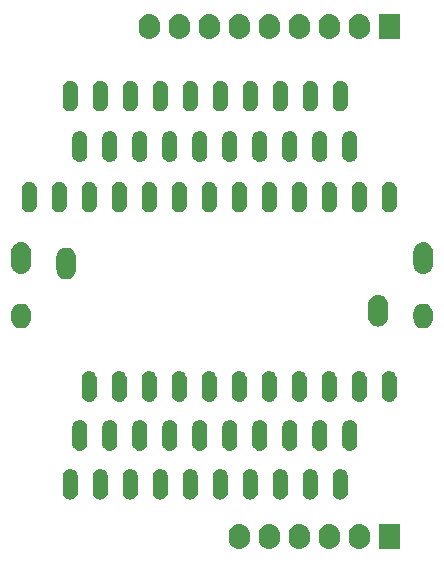
<source format=gbs>
G04 #@! TF.FileFunction,Soldermask,Bot*
%FSLAX46Y46*%
G04 Gerber Fmt 4.6, Leading zero omitted, Abs format (unit mm)*
G04 Created by KiCad (PCBNEW 4.0.2-stable) date 02/06/2016 21:55:55*
%MOMM*%
G01*
G04 APERTURE LIST*
%ADD10C,0.100000*%
G04 APERTURE END LIST*
D10*
G36*
X152981265Y-91199211D02*
X152981270Y-91199213D01*
X152981312Y-91199217D01*
X153149423Y-91251256D01*
X153304224Y-91334957D01*
X153439820Y-91447131D01*
X153551045Y-91583507D01*
X153633663Y-91738889D01*
X153684527Y-91907359D01*
X153701700Y-92082500D01*
X153701700Y-92397534D01*
X153701627Y-92408035D01*
X153701626Y-92408041D01*
X153701612Y-92410090D01*
X153681996Y-92584974D01*
X153628784Y-92752717D01*
X153544005Y-92906931D01*
X153430886Y-93041740D01*
X153293738Y-93152010D01*
X153137783Y-93233542D01*
X152968962Y-93283228D01*
X152968931Y-93283231D01*
X152968917Y-93283235D01*
X152793708Y-93299180D01*
X152618735Y-93280789D01*
X152618730Y-93280787D01*
X152618688Y-93280783D01*
X152450577Y-93228744D01*
X152295776Y-93145043D01*
X152160180Y-93032869D01*
X152048955Y-92896493D01*
X151966337Y-92741111D01*
X151915473Y-92572641D01*
X151898300Y-92397500D01*
X151898300Y-92082466D01*
X151898373Y-92071965D01*
X151898374Y-92071959D01*
X151898388Y-92069910D01*
X151918004Y-91895026D01*
X151971216Y-91727283D01*
X152055995Y-91573069D01*
X152169114Y-91438260D01*
X152306262Y-91327990D01*
X152462217Y-91246458D01*
X152631038Y-91196772D01*
X152631069Y-91196769D01*
X152631083Y-91196765D01*
X152806292Y-91180820D01*
X152981265Y-91199211D01*
X152981265Y-91199211D01*
G37*
G36*
X155521265Y-91199211D02*
X155521270Y-91199213D01*
X155521312Y-91199217D01*
X155689423Y-91251256D01*
X155844224Y-91334957D01*
X155979820Y-91447131D01*
X156091045Y-91583507D01*
X156173663Y-91738889D01*
X156224527Y-91907359D01*
X156241700Y-92082500D01*
X156241700Y-92397534D01*
X156241627Y-92408035D01*
X156241626Y-92408041D01*
X156241612Y-92410090D01*
X156221996Y-92584974D01*
X156168784Y-92752717D01*
X156084005Y-92906931D01*
X155970886Y-93041740D01*
X155833738Y-93152010D01*
X155677783Y-93233542D01*
X155508962Y-93283228D01*
X155508931Y-93283231D01*
X155508917Y-93283235D01*
X155333708Y-93299180D01*
X155158735Y-93280789D01*
X155158730Y-93280787D01*
X155158688Y-93280783D01*
X154990577Y-93228744D01*
X154835776Y-93145043D01*
X154700180Y-93032869D01*
X154588955Y-92896493D01*
X154506337Y-92741111D01*
X154455473Y-92572641D01*
X154438300Y-92397500D01*
X154438300Y-92082466D01*
X154438373Y-92071965D01*
X154438374Y-92071959D01*
X154438388Y-92069910D01*
X154458004Y-91895026D01*
X154511216Y-91727283D01*
X154595995Y-91573069D01*
X154709114Y-91438260D01*
X154846262Y-91327990D01*
X155002217Y-91246458D01*
X155171038Y-91196772D01*
X155171069Y-91196769D01*
X155171083Y-91196765D01*
X155346292Y-91180820D01*
X155521265Y-91199211D01*
X155521265Y-91199211D01*
G37*
G36*
X160601265Y-91199211D02*
X160601270Y-91199213D01*
X160601312Y-91199217D01*
X160769423Y-91251256D01*
X160924224Y-91334957D01*
X161059820Y-91447131D01*
X161171045Y-91583507D01*
X161253663Y-91738889D01*
X161304527Y-91907359D01*
X161321700Y-92082500D01*
X161321700Y-92397534D01*
X161321627Y-92408035D01*
X161321626Y-92408041D01*
X161321612Y-92410090D01*
X161301996Y-92584974D01*
X161248784Y-92752717D01*
X161164005Y-92906931D01*
X161050886Y-93041740D01*
X160913738Y-93152010D01*
X160757783Y-93233542D01*
X160588962Y-93283228D01*
X160588931Y-93283231D01*
X160588917Y-93283235D01*
X160413708Y-93299180D01*
X160238735Y-93280789D01*
X160238730Y-93280787D01*
X160238688Y-93280783D01*
X160070577Y-93228744D01*
X159915776Y-93145043D01*
X159780180Y-93032869D01*
X159668955Y-92896493D01*
X159586337Y-92741111D01*
X159535473Y-92572641D01*
X159518300Y-92397500D01*
X159518300Y-92082466D01*
X159518373Y-92071965D01*
X159518374Y-92071959D01*
X159518388Y-92069910D01*
X159538004Y-91895026D01*
X159591216Y-91727283D01*
X159675995Y-91573069D01*
X159789114Y-91438260D01*
X159926262Y-91327990D01*
X160082217Y-91246458D01*
X160251038Y-91196772D01*
X160251069Y-91196769D01*
X160251083Y-91196765D01*
X160426292Y-91180820D01*
X160601265Y-91199211D01*
X160601265Y-91199211D01*
G37*
G36*
X163141265Y-91199211D02*
X163141270Y-91199213D01*
X163141312Y-91199217D01*
X163309423Y-91251256D01*
X163464224Y-91334957D01*
X163599820Y-91447131D01*
X163711045Y-91583507D01*
X163793663Y-91738889D01*
X163844527Y-91907359D01*
X163861700Y-92082500D01*
X163861700Y-92397534D01*
X163861627Y-92408035D01*
X163861626Y-92408041D01*
X163861612Y-92410090D01*
X163841996Y-92584974D01*
X163788784Y-92752717D01*
X163704005Y-92906931D01*
X163590886Y-93041740D01*
X163453738Y-93152010D01*
X163297783Y-93233542D01*
X163128962Y-93283228D01*
X163128931Y-93283231D01*
X163128917Y-93283235D01*
X162953708Y-93299180D01*
X162778735Y-93280789D01*
X162778730Y-93280787D01*
X162778688Y-93280783D01*
X162610577Y-93228744D01*
X162455776Y-93145043D01*
X162320180Y-93032869D01*
X162208955Y-92896493D01*
X162126337Y-92741111D01*
X162075473Y-92572641D01*
X162058300Y-92397500D01*
X162058300Y-92082466D01*
X162058373Y-92071965D01*
X162058374Y-92071959D01*
X162058388Y-92069910D01*
X162078004Y-91895026D01*
X162131216Y-91727283D01*
X162215995Y-91573069D01*
X162329114Y-91438260D01*
X162466262Y-91327990D01*
X162622217Y-91246458D01*
X162791038Y-91196772D01*
X162791069Y-91196769D01*
X162791083Y-91196765D01*
X162966292Y-91180820D01*
X163141265Y-91199211D01*
X163141265Y-91199211D01*
G37*
G36*
X158061265Y-91199211D02*
X158061270Y-91199213D01*
X158061312Y-91199217D01*
X158229423Y-91251256D01*
X158384224Y-91334957D01*
X158519820Y-91447131D01*
X158631045Y-91583507D01*
X158713663Y-91738889D01*
X158764527Y-91907359D01*
X158781700Y-92082500D01*
X158781700Y-92397534D01*
X158781627Y-92408035D01*
X158781626Y-92408041D01*
X158781612Y-92410090D01*
X158761996Y-92584974D01*
X158708784Y-92752717D01*
X158624005Y-92906931D01*
X158510886Y-93041740D01*
X158373738Y-93152010D01*
X158217783Y-93233542D01*
X158048962Y-93283228D01*
X158048931Y-93283231D01*
X158048917Y-93283235D01*
X157873708Y-93299180D01*
X157698735Y-93280789D01*
X157698730Y-93280787D01*
X157698688Y-93280783D01*
X157530577Y-93228744D01*
X157375776Y-93145043D01*
X157240180Y-93032869D01*
X157128955Y-92896493D01*
X157046337Y-92741111D01*
X156995473Y-92572641D01*
X156978300Y-92397500D01*
X156978300Y-92082466D01*
X156978373Y-92071965D01*
X156978374Y-92071959D01*
X156978388Y-92069910D01*
X156998004Y-91895026D01*
X157051216Y-91727283D01*
X157135995Y-91573069D01*
X157249114Y-91438260D01*
X157386262Y-91327990D01*
X157542217Y-91246458D01*
X157711038Y-91196772D01*
X157711069Y-91196769D01*
X157711083Y-91196765D01*
X157886292Y-91180820D01*
X158061265Y-91199211D01*
X158061265Y-91199211D01*
G37*
G36*
X166401700Y-93294100D02*
X164598300Y-93294100D01*
X164598300Y-91185900D01*
X166401700Y-91185900D01*
X166401700Y-93294100D01*
X166401700Y-93294100D01*
G37*
G36*
X151328261Y-86538695D02*
X151328308Y-86538700D01*
X151447274Y-86575526D01*
X151556821Y-86634758D01*
X151652777Y-86714140D01*
X151731487Y-86810648D01*
X151789953Y-86920606D01*
X151825947Y-87039826D01*
X151838100Y-87163767D01*
X151838100Y-88476268D01*
X151838053Y-88483086D01*
X151838052Y-88483093D01*
X151838038Y-88485142D01*
X151824156Y-88608901D01*
X151786500Y-88727607D01*
X151726505Y-88836738D01*
X151646455Y-88932138D01*
X151549400Y-89010172D01*
X151439036Y-89067869D01*
X151319568Y-89103030D01*
X151319532Y-89103033D01*
X151319523Y-89103036D01*
X151195549Y-89114318D01*
X151071739Y-89101305D01*
X151071692Y-89101300D01*
X150952726Y-89064474D01*
X150843179Y-89005242D01*
X150747223Y-88925860D01*
X150668513Y-88829352D01*
X150610047Y-88719394D01*
X150574053Y-88600174D01*
X150561900Y-88476233D01*
X150561900Y-87163732D01*
X150561947Y-87156914D01*
X150561948Y-87156907D01*
X150561962Y-87154858D01*
X150575844Y-87031099D01*
X150613500Y-86912393D01*
X150673495Y-86803262D01*
X150753545Y-86707862D01*
X150850600Y-86629828D01*
X150960964Y-86572131D01*
X151080432Y-86536970D01*
X151080468Y-86536967D01*
X151080477Y-86536964D01*
X151204451Y-86525682D01*
X151328261Y-86538695D01*
X151328261Y-86538695D01*
G37*
G36*
X156408261Y-86538695D02*
X156408308Y-86538700D01*
X156527274Y-86575526D01*
X156636821Y-86634758D01*
X156732777Y-86714140D01*
X156811487Y-86810648D01*
X156869953Y-86920606D01*
X156905947Y-87039826D01*
X156918100Y-87163767D01*
X156918100Y-88476268D01*
X156918053Y-88483086D01*
X156918052Y-88483093D01*
X156918038Y-88485142D01*
X156904156Y-88608901D01*
X156866500Y-88727607D01*
X156806505Y-88836738D01*
X156726455Y-88932138D01*
X156629400Y-89010172D01*
X156519036Y-89067869D01*
X156399568Y-89103030D01*
X156399532Y-89103033D01*
X156399523Y-89103036D01*
X156275549Y-89114318D01*
X156151739Y-89101305D01*
X156151692Y-89101300D01*
X156032726Y-89064474D01*
X155923179Y-89005242D01*
X155827223Y-88925860D01*
X155748513Y-88829352D01*
X155690047Y-88719394D01*
X155654053Y-88600174D01*
X155641900Y-88476233D01*
X155641900Y-87163732D01*
X155641947Y-87156914D01*
X155641948Y-87156907D01*
X155641962Y-87154858D01*
X155655844Y-87031099D01*
X155693500Y-86912393D01*
X155753495Y-86803262D01*
X155833545Y-86707862D01*
X155930600Y-86629828D01*
X156040964Y-86572131D01*
X156160432Y-86536970D01*
X156160468Y-86536967D01*
X156160477Y-86536964D01*
X156284451Y-86525682D01*
X156408261Y-86538695D01*
X156408261Y-86538695D01*
G37*
G36*
X158948261Y-86538695D02*
X158948308Y-86538700D01*
X159067274Y-86575526D01*
X159176821Y-86634758D01*
X159272777Y-86714140D01*
X159351487Y-86810648D01*
X159409953Y-86920606D01*
X159445947Y-87039826D01*
X159458100Y-87163767D01*
X159458100Y-88476268D01*
X159458053Y-88483086D01*
X159458052Y-88483093D01*
X159458038Y-88485142D01*
X159444156Y-88608901D01*
X159406500Y-88727607D01*
X159346505Y-88836738D01*
X159266455Y-88932138D01*
X159169400Y-89010172D01*
X159059036Y-89067869D01*
X158939568Y-89103030D01*
X158939532Y-89103033D01*
X158939523Y-89103036D01*
X158815549Y-89114318D01*
X158691739Y-89101305D01*
X158691692Y-89101300D01*
X158572726Y-89064474D01*
X158463179Y-89005242D01*
X158367223Y-88925860D01*
X158288513Y-88829352D01*
X158230047Y-88719394D01*
X158194053Y-88600174D01*
X158181900Y-88476233D01*
X158181900Y-87163732D01*
X158181947Y-87156914D01*
X158181948Y-87156907D01*
X158181962Y-87154858D01*
X158195844Y-87031099D01*
X158233500Y-86912393D01*
X158293495Y-86803262D01*
X158373545Y-86707862D01*
X158470600Y-86629828D01*
X158580964Y-86572131D01*
X158700432Y-86536970D01*
X158700468Y-86536967D01*
X158700477Y-86536964D01*
X158824451Y-86525682D01*
X158948261Y-86538695D01*
X158948261Y-86538695D01*
G37*
G36*
X161488261Y-86538695D02*
X161488308Y-86538700D01*
X161607274Y-86575526D01*
X161716821Y-86634758D01*
X161812777Y-86714140D01*
X161891487Y-86810648D01*
X161949953Y-86920606D01*
X161985947Y-87039826D01*
X161998100Y-87163767D01*
X161998100Y-88476268D01*
X161998053Y-88483086D01*
X161998052Y-88483093D01*
X161998038Y-88485142D01*
X161984156Y-88608901D01*
X161946500Y-88727607D01*
X161886505Y-88836738D01*
X161806455Y-88932138D01*
X161709400Y-89010172D01*
X161599036Y-89067869D01*
X161479568Y-89103030D01*
X161479532Y-89103033D01*
X161479523Y-89103036D01*
X161355549Y-89114318D01*
X161231739Y-89101305D01*
X161231692Y-89101300D01*
X161112726Y-89064474D01*
X161003179Y-89005242D01*
X160907223Y-88925860D01*
X160828513Y-88829352D01*
X160770047Y-88719394D01*
X160734053Y-88600174D01*
X160721900Y-88476233D01*
X160721900Y-87163732D01*
X160721947Y-87156914D01*
X160721948Y-87156907D01*
X160721962Y-87154858D01*
X160735844Y-87031099D01*
X160773500Y-86912393D01*
X160833495Y-86803262D01*
X160913545Y-86707862D01*
X161010600Y-86629828D01*
X161120964Y-86572131D01*
X161240432Y-86536970D01*
X161240468Y-86536967D01*
X161240477Y-86536964D01*
X161364451Y-86525682D01*
X161488261Y-86538695D01*
X161488261Y-86538695D01*
G37*
G36*
X148788261Y-86538695D02*
X148788308Y-86538700D01*
X148907274Y-86575526D01*
X149016821Y-86634758D01*
X149112777Y-86714140D01*
X149191487Y-86810648D01*
X149249953Y-86920606D01*
X149285947Y-87039826D01*
X149298100Y-87163767D01*
X149298100Y-88476268D01*
X149298053Y-88483086D01*
X149298052Y-88483093D01*
X149298038Y-88485142D01*
X149284156Y-88608901D01*
X149246500Y-88727607D01*
X149186505Y-88836738D01*
X149106455Y-88932138D01*
X149009400Y-89010172D01*
X148899036Y-89067869D01*
X148779568Y-89103030D01*
X148779532Y-89103033D01*
X148779523Y-89103036D01*
X148655549Y-89114318D01*
X148531739Y-89101305D01*
X148531692Y-89101300D01*
X148412726Y-89064474D01*
X148303179Y-89005242D01*
X148207223Y-88925860D01*
X148128513Y-88829352D01*
X148070047Y-88719394D01*
X148034053Y-88600174D01*
X148021900Y-88476233D01*
X148021900Y-87163732D01*
X148021947Y-87156914D01*
X148021948Y-87156907D01*
X148021962Y-87154858D01*
X148035844Y-87031099D01*
X148073500Y-86912393D01*
X148133495Y-86803262D01*
X148213545Y-86707862D01*
X148310600Y-86629828D01*
X148420964Y-86572131D01*
X148540432Y-86536970D01*
X148540468Y-86536967D01*
X148540477Y-86536964D01*
X148664451Y-86525682D01*
X148788261Y-86538695D01*
X148788261Y-86538695D01*
G37*
G36*
X146248261Y-86538695D02*
X146248308Y-86538700D01*
X146367274Y-86575526D01*
X146476821Y-86634758D01*
X146572777Y-86714140D01*
X146651487Y-86810648D01*
X146709953Y-86920606D01*
X146745947Y-87039826D01*
X146758100Y-87163767D01*
X146758100Y-88476268D01*
X146758053Y-88483086D01*
X146758052Y-88483093D01*
X146758038Y-88485142D01*
X146744156Y-88608901D01*
X146706500Y-88727607D01*
X146646505Y-88836738D01*
X146566455Y-88932138D01*
X146469400Y-89010172D01*
X146359036Y-89067869D01*
X146239568Y-89103030D01*
X146239532Y-89103033D01*
X146239523Y-89103036D01*
X146115549Y-89114318D01*
X145991739Y-89101305D01*
X145991692Y-89101300D01*
X145872726Y-89064474D01*
X145763179Y-89005242D01*
X145667223Y-88925860D01*
X145588513Y-88829352D01*
X145530047Y-88719394D01*
X145494053Y-88600174D01*
X145481900Y-88476233D01*
X145481900Y-87163732D01*
X145481947Y-87156914D01*
X145481948Y-87156907D01*
X145481962Y-87154858D01*
X145495844Y-87031099D01*
X145533500Y-86912393D01*
X145593495Y-86803262D01*
X145673545Y-86707862D01*
X145770600Y-86629828D01*
X145880964Y-86572131D01*
X146000432Y-86536970D01*
X146000468Y-86536967D01*
X146000477Y-86536964D01*
X146124451Y-86525682D01*
X146248261Y-86538695D01*
X146248261Y-86538695D01*
G37*
G36*
X143708261Y-86538695D02*
X143708308Y-86538700D01*
X143827274Y-86575526D01*
X143936821Y-86634758D01*
X144032777Y-86714140D01*
X144111487Y-86810648D01*
X144169953Y-86920606D01*
X144205947Y-87039826D01*
X144218100Y-87163767D01*
X144218100Y-88476268D01*
X144218053Y-88483086D01*
X144218052Y-88483093D01*
X144218038Y-88485142D01*
X144204156Y-88608901D01*
X144166500Y-88727607D01*
X144106505Y-88836738D01*
X144026455Y-88932138D01*
X143929400Y-89010172D01*
X143819036Y-89067869D01*
X143699568Y-89103030D01*
X143699532Y-89103033D01*
X143699523Y-89103036D01*
X143575549Y-89114318D01*
X143451739Y-89101305D01*
X143451692Y-89101300D01*
X143332726Y-89064474D01*
X143223179Y-89005242D01*
X143127223Y-88925860D01*
X143048513Y-88829352D01*
X142990047Y-88719394D01*
X142954053Y-88600174D01*
X142941900Y-88476233D01*
X142941900Y-87163732D01*
X142941947Y-87156914D01*
X142941948Y-87156907D01*
X142941962Y-87154858D01*
X142955844Y-87031099D01*
X142993500Y-86912393D01*
X143053495Y-86803262D01*
X143133545Y-86707862D01*
X143230600Y-86629828D01*
X143340964Y-86572131D01*
X143460432Y-86536970D01*
X143460468Y-86536967D01*
X143460477Y-86536964D01*
X143584451Y-86525682D01*
X143708261Y-86538695D01*
X143708261Y-86538695D01*
G37*
G36*
X141168261Y-86538695D02*
X141168308Y-86538700D01*
X141287274Y-86575526D01*
X141396821Y-86634758D01*
X141492777Y-86714140D01*
X141571487Y-86810648D01*
X141629953Y-86920606D01*
X141665947Y-87039826D01*
X141678100Y-87163767D01*
X141678100Y-88476268D01*
X141678053Y-88483086D01*
X141678052Y-88483093D01*
X141678038Y-88485142D01*
X141664156Y-88608901D01*
X141626500Y-88727607D01*
X141566505Y-88836738D01*
X141486455Y-88932138D01*
X141389400Y-89010172D01*
X141279036Y-89067869D01*
X141159568Y-89103030D01*
X141159532Y-89103033D01*
X141159523Y-89103036D01*
X141035549Y-89114318D01*
X140911739Y-89101305D01*
X140911692Y-89101300D01*
X140792726Y-89064474D01*
X140683179Y-89005242D01*
X140587223Y-88925860D01*
X140508513Y-88829352D01*
X140450047Y-88719394D01*
X140414053Y-88600174D01*
X140401900Y-88476233D01*
X140401900Y-87163732D01*
X140401947Y-87156914D01*
X140401948Y-87156907D01*
X140401962Y-87154858D01*
X140415844Y-87031099D01*
X140453500Y-86912393D01*
X140513495Y-86803262D01*
X140593545Y-86707862D01*
X140690600Y-86629828D01*
X140800964Y-86572131D01*
X140920432Y-86536970D01*
X140920468Y-86536967D01*
X140920477Y-86536964D01*
X141044451Y-86525682D01*
X141168261Y-86538695D01*
X141168261Y-86538695D01*
G37*
G36*
X138628261Y-86538695D02*
X138628308Y-86538700D01*
X138747274Y-86575526D01*
X138856821Y-86634758D01*
X138952777Y-86714140D01*
X139031487Y-86810648D01*
X139089953Y-86920606D01*
X139125947Y-87039826D01*
X139138100Y-87163767D01*
X139138100Y-88476268D01*
X139138053Y-88483086D01*
X139138052Y-88483093D01*
X139138038Y-88485142D01*
X139124156Y-88608901D01*
X139086500Y-88727607D01*
X139026505Y-88836738D01*
X138946455Y-88932138D01*
X138849400Y-89010172D01*
X138739036Y-89067869D01*
X138619568Y-89103030D01*
X138619532Y-89103033D01*
X138619523Y-89103036D01*
X138495549Y-89114318D01*
X138371739Y-89101305D01*
X138371692Y-89101300D01*
X138252726Y-89064474D01*
X138143179Y-89005242D01*
X138047223Y-88925860D01*
X137968513Y-88829352D01*
X137910047Y-88719394D01*
X137874053Y-88600174D01*
X137861900Y-88476233D01*
X137861900Y-87163732D01*
X137861947Y-87156914D01*
X137861948Y-87156907D01*
X137861962Y-87154858D01*
X137875844Y-87031099D01*
X137913500Y-86912393D01*
X137973495Y-86803262D01*
X138053545Y-86707862D01*
X138150600Y-86629828D01*
X138260964Y-86572131D01*
X138380432Y-86536970D01*
X138380468Y-86536967D01*
X138380477Y-86536964D01*
X138504451Y-86525682D01*
X138628261Y-86538695D01*
X138628261Y-86538695D01*
G37*
G36*
X153868261Y-86538695D02*
X153868308Y-86538700D01*
X153987274Y-86575526D01*
X154096821Y-86634758D01*
X154192777Y-86714140D01*
X154271487Y-86810648D01*
X154329953Y-86920606D01*
X154365947Y-87039826D01*
X154378100Y-87163767D01*
X154378100Y-88476268D01*
X154378053Y-88483086D01*
X154378052Y-88483093D01*
X154378038Y-88485142D01*
X154364156Y-88608901D01*
X154326500Y-88727607D01*
X154266505Y-88836738D01*
X154186455Y-88932138D01*
X154089400Y-89010172D01*
X153979036Y-89067869D01*
X153859568Y-89103030D01*
X153859532Y-89103033D01*
X153859523Y-89103036D01*
X153735549Y-89114318D01*
X153611739Y-89101305D01*
X153611692Y-89101300D01*
X153492726Y-89064474D01*
X153383179Y-89005242D01*
X153287223Y-88925860D01*
X153208513Y-88829352D01*
X153150047Y-88719394D01*
X153114053Y-88600174D01*
X153101900Y-88476233D01*
X153101900Y-87163732D01*
X153101947Y-87156914D01*
X153101948Y-87156907D01*
X153101962Y-87154858D01*
X153115844Y-87031099D01*
X153153500Y-86912393D01*
X153213495Y-86803262D01*
X153293545Y-86707862D01*
X153390600Y-86629828D01*
X153500964Y-86572131D01*
X153620432Y-86536970D01*
X153620468Y-86536967D01*
X153620477Y-86536964D01*
X153744451Y-86525682D01*
X153868261Y-86538695D01*
X153868261Y-86538695D01*
G37*
G36*
X157208261Y-82398695D02*
X157208308Y-82398700D01*
X157327274Y-82435526D01*
X157436821Y-82494758D01*
X157532777Y-82574140D01*
X157611487Y-82670648D01*
X157669953Y-82780606D01*
X157705947Y-82899826D01*
X157718100Y-83023767D01*
X157718100Y-84336268D01*
X157718053Y-84343086D01*
X157718052Y-84343093D01*
X157718038Y-84345142D01*
X157704156Y-84468901D01*
X157666500Y-84587607D01*
X157606505Y-84696738D01*
X157526455Y-84792138D01*
X157429400Y-84870172D01*
X157319036Y-84927869D01*
X157199568Y-84963030D01*
X157199532Y-84963033D01*
X157199523Y-84963036D01*
X157075549Y-84974318D01*
X156951739Y-84961305D01*
X156951692Y-84961300D01*
X156832726Y-84924474D01*
X156723179Y-84865242D01*
X156627223Y-84785860D01*
X156548513Y-84689352D01*
X156490047Y-84579394D01*
X156454053Y-84460174D01*
X156441900Y-84336233D01*
X156441900Y-83023732D01*
X156441947Y-83016914D01*
X156441948Y-83016907D01*
X156441962Y-83014858D01*
X156455844Y-82891099D01*
X156493500Y-82772393D01*
X156553495Y-82663262D01*
X156633545Y-82567862D01*
X156730600Y-82489828D01*
X156840964Y-82432131D01*
X156960432Y-82396970D01*
X156960468Y-82396967D01*
X156960477Y-82396964D01*
X157084451Y-82385682D01*
X157208261Y-82398695D01*
X157208261Y-82398695D01*
G37*
G36*
X139428261Y-82398695D02*
X139428308Y-82398700D01*
X139547274Y-82435526D01*
X139656821Y-82494758D01*
X139752777Y-82574140D01*
X139831487Y-82670648D01*
X139889953Y-82780606D01*
X139925947Y-82899826D01*
X139938100Y-83023767D01*
X139938100Y-84336268D01*
X139938053Y-84343086D01*
X139938052Y-84343093D01*
X139938038Y-84345142D01*
X139924156Y-84468901D01*
X139886500Y-84587607D01*
X139826505Y-84696738D01*
X139746455Y-84792138D01*
X139649400Y-84870172D01*
X139539036Y-84927869D01*
X139419568Y-84963030D01*
X139419532Y-84963033D01*
X139419523Y-84963036D01*
X139295549Y-84974318D01*
X139171739Y-84961305D01*
X139171692Y-84961300D01*
X139052726Y-84924474D01*
X138943179Y-84865242D01*
X138847223Y-84785860D01*
X138768513Y-84689352D01*
X138710047Y-84579394D01*
X138674053Y-84460174D01*
X138661900Y-84336233D01*
X138661900Y-83023732D01*
X138661947Y-83016914D01*
X138661948Y-83016907D01*
X138661962Y-83014858D01*
X138675844Y-82891099D01*
X138713500Y-82772393D01*
X138773495Y-82663262D01*
X138853545Y-82567862D01*
X138950600Y-82489828D01*
X139060964Y-82432131D01*
X139180432Y-82396970D01*
X139180468Y-82396967D01*
X139180477Y-82396964D01*
X139304451Y-82385682D01*
X139428261Y-82398695D01*
X139428261Y-82398695D01*
G37*
G36*
X141968261Y-82398695D02*
X141968308Y-82398700D01*
X142087274Y-82435526D01*
X142196821Y-82494758D01*
X142292777Y-82574140D01*
X142371487Y-82670648D01*
X142429953Y-82780606D01*
X142465947Y-82899826D01*
X142478100Y-83023767D01*
X142478100Y-84336268D01*
X142478053Y-84343086D01*
X142478052Y-84343093D01*
X142478038Y-84345142D01*
X142464156Y-84468901D01*
X142426500Y-84587607D01*
X142366505Y-84696738D01*
X142286455Y-84792138D01*
X142189400Y-84870172D01*
X142079036Y-84927869D01*
X141959568Y-84963030D01*
X141959532Y-84963033D01*
X141959523Y-84963036D01*
X141835549Y-84974318D01*
X141711739Y-84961305D01*
X141711692Y-84961300D01*
X141592726Y-84924474D01*
X141483179Y-84865242D01*
X141387223Y-84785860D01*
X141308513Y-84689352D01*
X141250047Y-84579394D01*
X141214053Y-84460174D01*
X141201900Y-84336233D01*
X141201900Y-83023732D01*
X141201947Y-83016914D01*
X141201948Y-83016907D01*
X141201962Y-83014858D01*
X141215844Y-82891099D01*
X141253500Y-82772393D01*
X141313495Y-82663262D01*
X141393545Y-82567862D01*
X141490600Y-82489828D01*
X141600964Y-82432131D01*
X141720432Y-82396970D01*
X141720468Y-82396967D01*
X141720477Y-82396964D01*
X141844451Y-82385682D01*
X141968261Y-82398695D01*
X141968261Y-82398695D01*
G37*
G36*
X162288261Y-82398695D02*
X162288308Y-82398700D01*
X162407274Y-82435526D01*
X162516821Y-82494758D01*
X162612777Y-82574140D01*
X162691487Y-82670648D01*
X162749953Y-82780606D01*
X162785947Y-82899826D01*
X162798100Y-83023767D01*
X162798100Y-84336268D01*
X162798053Y-84343086D01*
X162798052Y-84343093D01*
X162798038Y-84345142D01*
X162784156Y-84468901D01*
X162746500Y-84587607D01*
X162686505Y-84696738D01*
X162606455Y-84792138D01*
X162509400Y-84870172D01*
X162399036Y-84927869D01*
X162279568Y-84963030D01*
X162279532Y-84963033D01*
X162279523Y-84963036D01*
X162155549Y-84974318D01*
X162031739Y-84961305D01*
X162031692Y-84961300D01*
X161912726Y-84924474D01*
X161803179Y-84865242D01*
X161707223Y-84785860D01*
X161628513Y-84689352D01*
X161570047Y-84579394D01*
X161534053Y-84460174D01*
X161521900Y-84336233D01*
X161521900Y-83023732D01*
X161521947Y-83016914D01*
X161521948Y-83016907D01*
X161521962Y-83014858D01*
X161535844Y-82891099D01*
X161573500Y-82772393D01*
X161633495Y-82663262D01*
X161713545Y-82567862D01*
X161810600Y-82489828D01*
X161920964Y-82432131D01*
X162040432Y-82396970D01*
X162040468Y-82396967D01*
X162040477Y-82396964D01*
X162164451Y-82385682D01*
X162288261Y-82398695D01*
X162288261Y-82398695D01*
G37*
G36*
X154668261Y-82398695D02*
X154668308Y-82398700D01*
X154787274Y-82435526D01*
X154896821Y-82494758D01*
X154992777Y-82574140D01*
X155071487Y-82670648D01*
X155129953Y-82780606D01*
X155165947Y-82899826D01*
X155178100Y-83023767D01*
X155178100Y-84336268D01*
X155178053Y-84343086D01*
X155178052Y-84343093D01*
X155178038Y-84345142D01*
X155164156Y-84468901D01*
X155126500Y-84587607D01*
X155066505Y-84696738D01*
X154986455Y-84792138D01*
X154889400Y-84870172D01*
X154779036Y-84927869D01*
X154659568Y-84963030D01*
X154659532Y-84963033D01*
X154659523Y-84963036D01*
X154535549Y-84974318D01*
X154411739Y-84961305D01*
X154411692Y-84961300D01*
X154292726Y-84924474D01*
X154183179Y-84865242D01*
X154087223Y-84785860D01*
X154008513Y-84689352D01*
X153950047Y-84579394D01*
X153914053Y-84460174D01*
X153901900Y-84336233D01*
X153901900Y-83023732D01*
X153901947Y-83016914D01*
X153901948Y-83016907D01*
X153901962Y-83014858D01*
X153915844Y-82891099D01*
X153953500Y-82772393D01*
X154013495Y-82663262D01*
X154093545Y-82567862D01*
X154190600Y-82489828D01*
X154300964Y-82432131D01*
X154420432Y-82396970D01*
X154420468Y-82396967D01*
X154420477Y-82396964D01*
X154544451Y-82385682D01*
X154668261Y-82398695D01*
X154668261Y-82398695D01*
G37*
G36*
X149588261Y-82398695D02*
X149588308Y-82398700D01*
X149707274Y-82435526D01*
X149816821Y-82494758D01*
X149912777Y-82574140D01*
X149991487Y-82670648D01*
X150049953Y-82780606D01*
X150085947Y-82899826D01*
X150098100Y-83023767D01*
X150098100Y-84336268D01*
X150098053Y-84343086D01*
X150098052Y-84343093D01*
X150098038Y-84345142D01*
X150084156Y-84468901D01*
X150046500Y-84587607D01*
X149986505Y-84696738D01*
X149906455Y-84792138D01*
X149809400Y-84870172D01*
X149699036Y-84927869D01*
X149579568Y-84963030D01*
X149579532Y-84963033D01*
X149579523Y-84963036D01*
X149455549Y-84974318D01*
X149331739Y-84961305D01*
X149331692Y-84961300D01*
X149212726Y-84924474D01*
X149103179Y-84865242D01*
X149007223Y-84785860D01*
X148928513Y-84689352D01*
X148870047Y-84579394D01*
X148834053Y-84460174D01*
X148821900Y-84336233D01*
X148821900Y-83023732D01*
X148821947Y-83016914D01*
X148821948Y-83016907D01*
X148821962Y-83014858D01*
X148835844Y-82891099D01*
X148873500Y-82772393D01*
X148933495Y-82663262D01*
X149013545Y-82567862D01*
X149110600Y-82489828D01*
X149220964Y-82432131D01*
X149340432Y-82396970D01*
X149340468Y-82396967D01*
X149340477Y-82396964D01*
X149464451Y-82385682D01*
X149588261Y-82398695D01*
X149588261Y-82398695D01*
G37*
G36*
X144508261Y-82398695D02*
X144508308Y-82398700D01*
X144627274Y-82435526D01*
X144736821Y-82494758D01*
X144832777Y-82574140D01*
X144911487Y-82670648D01*
X144969953Y-82780606D01*
X145005947Y-82899826D01*
X145018100Y-83023767D01*
X145018100Y-84336268D01*
X145018053Y-84343086D01*
X145018052Y-84343093D01*
X145018038Y-84345142D01*
X145004156Y-84468901D01*
X144966500Y-84587607D01*
X144906505Y-84696738D01*
X144826455Y-84792138D01*
X144729400Y-84870172D01*
X144619036Y-84927869D01*
X144499568Y-84963030D01*
X144499532Y-84963033D01*
X144499523Y-84963036D01*
X144375549Y-84974318D01*
X144251739Y-84961305D01*
X144251692Y-84961300D01*
X144132726Y-84924474D01*
X144023179Y-84865242D01*
X143927223Y-84785860D01*
X143848513Y-84689352D01*
X143790047Y-84579394D01*
X143754053Y-84460174D01*
X143741900Y-84336233D01*
X143741900Y-83023732D01*
X143741947Y-83016914D01*
X143741948Y-83016907D01*
X143741962Y-83014858D01*
X143755844Y-82891099D01*
X143793500Y-82772393D01*
X143853495Y-82663262D01*
X143933545Y-82567862D01*
X144030600Y-82489828D01*
X144140964Y-82432131D01*
X144260432Y-82396970D01*
X144260468Y-82396967D01*
X144260477Y-82396964D01*
X144384451Y-82385682D01*
X144508261Y-82398695D01*
X144508261Y-82398695D01*
G37*
G36*
X159748261Y-82398695D02*
X159748308Y-82398700D01*
X159867274Y-82435526D01*
X159976821Y-82494758D01*
X160072777Y-82574140D01*
X160151487Y-82670648D01*
X160209953Y-82780606D01*
X160245947Y-82899826D01*
X160258100Y-83023767D01*
X160258100Y-84336268D01*
X160258053Y-84343086D01*
X160258052Y-84343093D01*
X160258038Y-84345142D01*
X160244156Y-84468901D01*
X160206500Y-84587607D01*
X160146505Y-84696738D01*
X160066455Y-84792138D01*
X159969400Y-84870172D01*
X159859036Y-84927869D01*
X159739568Y-84963030D01*
X159739532Y-84963033D01*
X159739523Y-84963036D01*
X159615549Y-84974318D01*
X159491739Y-84961305D01*
X159491692Y-84961300D01*
X159372726Y-84924474D01*
X159263179Y-84865242D01*
X159167223Y-84785860D01*
X159088513Y-84689352D01*
X159030047Y-84579394D01*
X158994053Y-84460174D01*
X158981900Y-84336233D01*
X158981900Y-83023732D01*
X158981947Y-83016914D01*
X158981948Y-83016907D01*
X158981962Y-83014858D01*
X158995844Y-82891099D01*
X159033500Y-82772393D01*
X159093495Y-82663262D01*
X159173545Y-82567862D01*
X159270600Y-82489828D01*
X159380964Y-82432131D01*
X159500432Y-82396970D01*
X159500468Y-82396967D01*
X159500477Y-82396964D01*
X159624451Y-82385682D01*
X159748261Y-82398695D01*
X159748261Y-82398695D01*
G37*
G36*
X147048261Y-82398695D02*
X147048308Y-82398700D01*
X147167274Y-82435526D01*
X147276821Y-82494758D01*
X147372777Y-82574140D01*
X147451487Y-82670648D01*
X147509953Y-82780606D01*
X147545947Y-82899826D01*
X147558100Y-83023767D01*
X147558100Y-84336268D01*
X147558053Y-84343086D01*
X147558052Y-84343093D01*
X147558038Y-84345142D01*
X147544156Y-84468901D01*
X147506500Y-84587607D01*
X147446505Y-84696738D01*
X147366455Y-84792138D01*
X147269400Y-84870172D01*
X147159036Y-84927869D01*
X147039568Y-84963030D01*
X147039532Y-84963033D01*
X147039523Y-84963036D01*
X146915549Y-84974318D01*
X146791739Y-84961305D01*
X146791692Y-84961300D01*
X146672726Y-84924474D01*
X146563179Y-84865242D01*
X146467223Y-84785860D01*
X146388513Y-84689352D01*
X146330047Y-84579394D01*
X146294053Y-84460174D01*
X146281900Y-84336233D01*
X146281900Y-83023732D01*
X146281947Y-83016914D01*
X146281948Y-83016907D01*
X146281962Y-83014858D01*
X146295844Y-82891099D01*
X146333500Y-82772393D01*
X146393495Y-82663262D01*
X146473545Y-82567862D01*
X146570600Y-82489828D01*
X146680964Y-82432131D01*
X146800432Y-82396970D01*
X146800468Y-82396967D01*
X146800477Y-82396964D01*
X146924451Y-82385682D01*
X147048261Y-82398695D01*
X147048261Y-82398695D01*
G37*
G36*
X152128261Y-82398695D02*
X152128308Y-82398700D01*
X152247274Y-82435526D01*
X152356821Y-82494758D01*
X152452777Y-82574140D01*
X152531487Y-82670648D01*
X152589953Y-82780606D01*
X152625947Y-82899826D01*
X152638100Y-83023767D01*
X152638100Y-84336268D01*
X152638053Y-84343086D01*
X152638052Y-84343093D01*
X152638038Y-84345142D01*
X152624156Y-84468901D01*
X152586500Y-84587607D01*
X152526505Y-84696738D01*
X152446455Y-84792138D01*
X152349400Y-84870172D01*
X152239036Y-84927869D01*
X152119568Y-84963030D01*
X152119532Y-84963033D01*
X152119523Y-84963036D01*
X151995549Y-84974318D01*
X151871739Y-84961305D01*
X151871692Y-84961300D01*
X151752726Y-84924474D01*
X151643179Y-84865242D01*
X151547223Y-84785860D01*
X151468513Y-84689352D01*
X151410047Y-84579394D01*
X151374053Y-84460174D01*
X151361900Y-84336233D01*
X151361900Y-83023732D01*
X151361947Y-83016914D01*
X151361948Y-83016907D01*
X151361962Y-83014858D01*
X151375844Y-82891099D01*
X151413500Y-82772393D01*
X151473495Y-82663262D01*
X151553545Y-82567862D01*
X151650600Y-82489828D01*
X151760964Y-82432131D01*
X151880432Y-82396970D01*
X151880468Y-82396967D01*
X151880477Y-82396964D01*
X152004451Y-82385682D01*
X152128261Y-82398695D01*
X152128261Y-82398695D01*
G37*
G36*
X152928261Y-78258695D02*
X152928308Y-78258700D01*
X153047274Y-78295526D01*
X153156821Y-78354758D01*
X153252777Y-78434140D01*
X153331487Y-78530648D01*
X153389953Y-78640606D01*
X153425947Y-78759826D01*
X153438100Y-78883767D01*
X153438100Y-80196268D01*
X153438053Y-80203086D01*
X153438052Y-80203093D01*
X153438038Y-80205142D01*
X153424156Y-80328901D01*
X153386500Y-80447607D01*
X153326505Y-80556738D01*
X153246455Y-80652138D01*
X153149400Y-80730172D01*
X153039036Y-80787869D01*
X152919568Y-80823030D01*
X152919532Y-80823033D01*
X152919523Y-80823036D01*
X152795549Y-80834318D01*
X152671739Y-80821305D01*
X152671692Y-80821300D01*
X152552726Y-80784474D01*
X152443179Y-80725242D01*
X152347223Y-80645860D01*
X152268513Y-80549352D01*
X152210047Y-80439394D01*
X152174053Y-80320174D01*
X152161900Y-80196233D01*
X152161900Y-78883732D01*
X152161947Y-78876914D01*
X152161948Y-78876907D01*
X152161962Y-78874858D01*
X152175844Y-78751099D01*
X152213500Y-78632393D01*
X152273495Y-78523262D01*
X152353545Y-78427862D01*
X152450600Y-78349828D01*
X152560964Y-78292131D01*
X152680432Y-78256970D01*
X152680468Y-78256967D01*
X152680477Y-78256964D01*
X152804451Y-78245682D01*
X152928261Y-78258695D01*
X152928261Y-78258695D01*
G37*
G36*
X163088261Y-78258695D02*
X163088308Y-78258700D01*
X163207274Y-78295526D01*
X163316821Y-78354758D01*
X163412777Y-78434140D01*
X163491487Y-78530648D01*
X163549953Y-78640606D01*
X163585947Y-78759826D01*
X163598100Y-78883767D01*
X163598100Y-80196268D01*
X163598053Y-80203086D01*
X163598052Y-80203093D01*
X163598038Y-80205142D01*
X163584156Y-80328901D01*
X163546500Y-80447607D01*
X163486505Y-80556738D01*
X163406455Y-80652138D01*
X163309400Y-80730172D01*
X163199036Y-80787869D01*
X163079568Y-80823030D01*
X163079532Y-80823033D01*
X163079523Y-80823036D01*
X162955549Y-80834318D01*
X162831739Y-80821305D01*
X162831692Y-80821300D01*
X162712726Y-80784474D01*
X162603179Y-80725242D01*
X162507223Y-80645860D01*
X162428513Y-80549352D01*
X162370047Y-80439394D01*
X162334053Y-80320174D01*
X162321900Y-80196233D01*
X162321900Y-78883732D01*
X162321947Y-78876914D01*
X162321948Y-78876907D01*
X162321962Y-78874858D01*
X162335844Y-78751099D01*
X162373500Y-78632393D01*
X162433495Y-78523262D01*
X162513545Y-78427862D01*
X162610600Y-78349828D01*
X162720964Y-78292131D01*
X162840432Y-78256970D01*
X162840468Y-78256967D01*
X162840477Y-78256964D01*
X162964451Y-78245682D01*
X163088261Y-78258695D01*
X163088261Y-78258695D01*
G37*
G36*
X160548261Y-78258695D02*
X160548308Y-78258700D01*
X160667274Y-78295526D01*
X160776821Y-78354758D01*
X160872777Y-78434140D01*
X160951487Y-78530648D01*
X161009953Y-78640606D01*
X161045947Y-78759826D01*
X161058100Y-78883767D01*
X161058100Y-80196268D01*
X161058053Y-80203086D01*
X161058052Y-80203093D01*
X161058038Y-80205142D01*
X161044156Y-80328901D01*
X161006500Y-80447607D01*
X160946505Y-80556738D01*
X160866455Y-80652138D01*
X160769400Y-80730172D01*
X160659036Y-80787869D01*
X160539568Y-80823030D01*
X160539532Y-80823033D01*
X160539523Y-80823036D01*
X160415549Y-80834318D01*
X160291739Y-80821305D01*
X160291692Y-80821300D01*
X160172726Y-80784474D01*
X160063179Y-80725242D01*
X159967223Y-80645860D01*
X159888513Y-80549352D01*
X159830047Y-80439394D01*
X159794053Y-80320174D01*
X159781900Y-80196233D01*
X159781900Y-78883732D01*
X159781947Y-78876914D01*
X159781948Y-78876907D01*
X159781962Y-78874858D01*
X159795844Y-78751099D01*
X159833500Y-78632393D01*
X159893495Y-78523262D01*
X159973545Y-78427862D01*
X160070600Y-78349828D01*
X160180964Y-78292131D01*
X160300432Y-78256970D01*
X160300468Y-78256967D01*
X160300477Y-78256964D01*
X160424451Y-78245682D01*
X160548261Y-78258695D01*
X160548261Y-78258695D01*
G37*
G36*
X165628261Y-78258695D02*
X165628308Y-78258700D01*
X165747274Y-78295526D01*
X165856821Y-78354758D01*
X165952777Y-78434140D01*
X166031487Y-78530648D01*
X166089953Y-78640606D01*
X166125947Y-78759826D01*
X166138100Y-78883767D01*
X166138100Y-80196268D01*
X166138053Y-80203086D01*
X166138052Y-80203093D01*
X166138038Y-80205142D01*
X166124156Y-80328901D01*
X166086500Y-80447607D01*
X166026505Y-80556738D01*
X165946455Y-80652138D01*
X165849400Y-80730172D01*
X165739036Y-80787869D01*
X165619568Y-80823030D01*
X165619532Y-80823033D01*
X165619523Y-80823036D01*
X165495549Y-80834318D01*
X165371739Y-80821305D01*
X165371692Y-80821300D01*
X165252726Y-80784474D01*
X165143179Y-80725242D01*
X165047223Y-80645860D01*
X164968513Y-80549352D01*
X164910047Y-80439394D01*
X164874053Y-80320174D01*
X164861900Y-80196233D01*
X164861900Y-78883732D01*
X164861947Y-78876914D01*
X164861948Y-78876907D01*
X164861962Y-78874858D01*
X164875844Y-78751099D01*
X164913500Y-78632393D01*
X164973495Y-78523262D01*
X165053545Y-78427862D01*
X165150600Y-78349828D01*
X165260964Y-78292131D01*
X165380432Y-78256970D01*
X165380468Y-78256967D01*
X165380477Y-78256964D01*
X165504451Y-78245682D01*
X165628261Y-78258695D01*
X165628261Y-78258695D01*
G37*
G36*
X158008261Y-78258695D02*
X158008308Y-78258700D01*
X158127274Y-78295526D01*
X158236821Y-78354758D01*
X158332777Y-78434140D01*
X158411487Y-78530648D01*
X158469953Y-78640606D01*
X158505947Y-78759826D01*
X158518100Y-78883767D01*
X158518100Y-80196268D01*
X158518053Y-80203086D01*
X158518052Y-80203093D01*
X158518038Y-80205142D01*
X158504156Y-80328901D01*
X158466500Y-80447607D01*
X158406505Y-80556738D01*
X158326455Y-80652138D01*
X158229400Y-80730172D01*
X158119036Y-80787869D01*
X157999568Y-80823030D01*
X157999532Y-80823033D01*
X157999523Y-80823036D01*
X157875549Y-80834318D01*
X157751739Y-80821305D01*
X157751692Y-80821300D01*
X157632726Y-80784474D01*
X157523179Y-80725242D01*
X157427223Y-80645860D01*
X157348513Y-80549352D01*
X157290047Y-80439394D01*
X157254053Y-80320174D01*
X157241900Y-80196233D01*
X157241900Y-78883732D01*
X157241947Y-78876914D01*
X157241948Y-78876907D01*
X157241962Y-78874858D01*
X157255844Y-78751099D01*
X157293500Y-78632393D01*
X157353495Y-78523262D01*
X157433545Y-78427862D01*
X157530600Y-78349828D01*
X157640964Y-78292131D01*
X157760432Y-78256970D01*
X157760468Y-78256967D01*
X157760477Y-78256964D01*
X157884451Y-78245682D01*
X158008261Y-78258695D01*
X158008261Y-78258695D01*
G37*
G36*
X155468261Y-78258695D02*
X155468308Y-78258700D01*
X155587274Y-78295526D01*
X155696821Y-78354758D01*
X155792777Y-78434140D01*
X155871487Y-78530648D01*
X155929953Y-78640606D01*
X155965947Y-78759826D01*
X155978100Y-78883767D01*
X155978100Y-80196268D01*
X155978053Y-80203086D01*
X155978052Y-80203093D01*
X155978038Y-80205142D01*
X155964156Y-80328901D01*
X155926500Y-80447607D01*
X155866505Y-80556738D01*
X155786455Y-80652138D01*
X155689400Y-80730172D01*
X155579036Y-80787869D01*
X155459568Y-80823030D01*
X155459532Y-80823033D01*
X155459523Y-80823036D01*
X155335549Y-80834318D01*
X155211739Y-80821305D01*
X155211692Y-80821300D01*
X155092726Y-80784474D01*
X154983179Y-80725242D01*
X154887223Y-80645860D01*
X154808513Y-80549352D01*
X154750047Y-80439394D01*
X154714053Y-80320174D01*
X154701900Y-80196233D01*
X154701900Y-78883732D01*
X154701947Y-78876914D01*
X154701948Y-78876907D01*
X154701962Y-78874858D01*
X154715844Y-78751099D01*
X154753500Y-78632393D01*
X154813495Y-78523262D01*
X154893545Y-78427862D01*
X154990600Y-78349828D01*
X155100964Y-78292131D01*
X155220432Y-78256970D01*
X155220468Y-78256967D01*
X155220477Y-78256964D01*
X155344451Y-78245682D01*
X155468261Y-78258695D01*
X155468261Y-78258695D01*
G37*
G36*
X150388261Y-78258695D02*
X150388308Y-78258700D01*
X150507274Y-78295526D01*
X150616821Y-78354758D01*
X150712777Y-78434140D01*
X150791487Y-78530648D01*
X150849953Y-78640606D01*
X150885947Y-78759826D01*
X150898100Y-78883767D01*
X150898100Y-80196268D01*
X150898053Y-80203086D01*
X150898052Y-80203093D01*
X150898038Y-80205142D01*
X150884156Y-80328901D01*
X150846500Y-80447607D01*
X150786505Y-80556738D01*
X150706455Y-80652138D01*
X150609400Y-80730172D01*
X150499036Y-80787869D01*
X150379568Y-80823030D01*
X150379532Y-80823033D01*
X150379523Y-80823036D01*
X150255549Y-80834318D01*
X150131739Y-80821305D01*
X150131692Y-80821300D01*
X150012726Y-80784474D01*
X149903179Y-80725242D01*
X149807223Y-80645860D01*
X149728513Y-80549352D01*
X149670047Y-80439394D01*
X149634053Y-80320174D01*
X149621900Y-80196233D01*
X149621900Y-78883732D01*
X149621947Y-78876914D01*
X149621948Y-78876907D01*
X149621962Y-78874858D01*
X149635844Y-78751099D01*
X149673500Y-78632393D01*
X149733495Y-78523262D01*
X149813545Y-78427862D01*
X149910600Y-78349828D01*
X150020964Y-78292131D01*
X150140432Y-78256970D01*
X150140468Y-78256967D01*
X150140477Y-78256964D01*
X150264451Y-78245682D01*
X150388261Y-78258695D01*
X150388261Y-78258695D01*
G37*
G36*
X147848261Y-78258695D02*
X147848308Y-78258700D01*
X147967274Y-78295526D01*
X148076821Y-78354758D01*
X148172777Y-78434140D01*
X148251487Y-78530648D01*
X148309953Y-78640606D01*
X148345947Y-78759826D01*
X148358100Y-78883767D01*
X148358100Y-80196268D01*
X148358053Y-80203086D01*
X148358052Y-80203093D01*
X148358038Y-80205142D01*
X148344156Y-80328901D01*
X148306500Y-80447607D01*
X148246505Y-80556738D01*
X148166455Y-80652138D01*
X148069400Y-80730172D01*
X147959036Y-80787869D01*
X147839568Y-80823030D01*
X147839532Y-80823033D01*
X147839523Y-80823036D01*
X147715549Y-80834318D01*
X147591739Y-80821305D01*
X147591692Y-80821300D01*
X147472726Y-80784474D01*
X147363179Y-80725242D01*
X147267223Y-80645860D01*
X147188513Y-80549352D01*
X147130047Y-80439394D01*
X147094053Y-80320174D01*
X147081900Y-80196233D01*
X147081900Y-78883732D01*
X147081947Y-78876914D01*
X147081948Y-78876907D01*
X147081962Y-78874858D01*
X147095844Y-78751099D01*
X147133500Y-78632393D01*
X147193495Y-78523262D01*
X147273545Y-78427862D01*
X147370600Y-78349828D01*
X147480964Y-78292131D01*
X147600432Y-78256970D01*
X147600468Y-78256967D01*
X147600477Y-78256964D01*
X147724451Y-78245682D01*
X147848261Y-78258695D01*
X147848261Y-78258695D01*
G37*
G36*
X145308261Y-78258695D02*
X145308308Y-78258700D01*
X145427274Y-78295526D01*
X145536821Y-78354758D01*
X145632777Y-78434140D01*
X145711487Y-78530648D01*
X145769953Y-78640606D01*
X145805947Y-78759826D01*
X145818100Y-78883767D01*
X145818100Y-80196268D01*
X145818053Y-80203086D01*
X145818052Y-80203093D01*
X145818038Y-80205142D01*
X145804156Y-80328901D01*
X145766500Y-80447607D01*
X145706505Y-80556738D01*
X145626455Y-80652138D01*
X145529400Y-80730172D01*
X145419036Y-80787869D01*
X145299568Y-80823030D01*
X145299532Y-80823033D01*
X145299523Y-80823036D01*
X145175549Y-80834318D01*
X145051739Y-80821305D01*
X145051692Y-80821300D01*
X144932726Y-80784474D01*
X144823179Y-80725242D01*
X144727223Y-80645860D01*
X144648513Y-80549352D01*
X144590047Y-80439394D01*
X144554053Y-80320174D01*
X144541900Y-80196233D01*
X144541900Y-78883732D01*
X144541947Y-78876914D01*
X144541948Y-78876907D01*
X144541962Y-78874858D01*
X144555844Y-78751099D01*
X144593500Y-78632393D01*
X144653495Y-78523262D01*
X144733545Y-78427862D01*
X144830600Y-78349828D01*
X144940964Y-78292131D01*
X145060432Y-78256970D01*
X145060468Y-78256967D01*
X145060477Y-78256964D01*
X145184451Y-78245682D01*
X145308261Y-78258695D01*
X145308261Y-78258695D01*
G37*
G36*
X142768261Y-78258695D02*
X142768308Y-78258700D01*
X142887274Y-78295526D01*
X142996821Y-78354758D01*
X143092777Y-78434140D01*
X143171487Y-78530648D01*
X143229953Y-78640606D01*
X143265947Y-78759826D01*
X143278100Y-78883767D01*
X143278100Y-80196268D01*
X143278053Y-80203086D01*
X143278052Y-80203093D01*
X143278038Y-80205142D01*
X143264156Y-80328901D01*
X143226500Y-80447607D01*
X143166505Y-80556738D01*
X143086455Y-80652138D01*
X142989400Y-80730172D01*
X142879036Y-80787869D01*
X142759568Y-80823030D01*
X142759532Y-80823033D01*
X142759523Y-80823036D01*
X142635549Y-80834318D01*
X142511739Y-80821305D01*
X142511692Y-80821300D01*
X142392726Y-80784474D01*
X142283179Y-80725242D01*
X142187223Y-80645860D01*
X142108513Y-80549352D01*
X142050047Y-80439394D01*
X142014053Y-80320174D01*
X142001900Y-80196233D01*
X142001900Y-78883732D01*
X142001947Y-78876914D01*
X142001948Y-78876907D01*
X142001962Y-78874858D01*
X142015844Y-78751099D01*
X142053500Y-78632393D01*
X142113495Y-78523262D01*
X142193545Y-78427862D01*
X142290600Y-78349828D01*
X142400964Y-78292131D01*
X142520432Y-78256970D01*
X142520468Y-78256967D01*
X142520477Y-78256964D01*
X142644451Y-78245682D01*
X142768261Y-78258695D01*
X142768261Y-78258695D01*
G37*
G36*
X140228261Y-78258695D02*
X140228308Y-78258700D01*
X140347274Y-78295526D01*
X140456821Y-78354758D01*
X140552777Y-78434140D01*
X140631487Y-78530648D01*
X140689953Y-78640606D01*
X140725947Y-78759826D01*
X140738100Y-78883767D01*
X140738100Y-80196268D01*
X140738053Y-80203086D01*
X140738052Y-80203093D01*
X140738038Y-80205142D01*
X140724156Y-80328901D01*
X140686500Y-80447607D01*
X140626505Y-80556738D01*
X140546455Y-80652138D01*
X140449400Y-80730172D01*
X140339036Y-80787869D01*
X140219568Y-80823030D01*
X140219532Y-80823033D01*
X140219523Y-80823036D01*
X140095549Y-80834318D01*
X139971739Y-80821305D01*
X139971692Y-80821300D01*
X139852726Y-80784474D01*
X139743179Y-80725242D01*
X139647223Y-80645860D01*
X139568513Y-80549352D01*
X139510047Y-80439394D01*
X139474053Y-80320174D01*
X139461900Y-80196233D01*
X139461900Y-78883732D01*
X139461947Y-78876914D01*
X139461948Y-78876907D01*
X139461962Y-78874858D01*
X139475844Y-78751099D01*
X139513500Y-78632393D01*
X139573495Y-78523262D01*
X139653545Y-78427862D01*
X139750600Y-78349828D01*
X139860964Y-78292131D01*
X139980432Y-78256970D01*
X139980468Y-78256967D01*
X139980477Y-78256964D01*
X140104451Y-78245682D01*
X140228261Y-78258695D01*
X140228261Y-78258695D01*
G37*
G36*
X134503476Y-72543989D02*
X134503481Y-72543991D01*
X134503523Y-72543995D01*
X134659777Y-72592363D01*
X134803660Y-72670161D01*
X134929691Y-72774423D01*
X135033071Y-72901180D01*
X135109862Y-73045602D01*
X135157139Y-73202189D01*
X135173100Y-73364977D01*
X135173100Y-73775056D01*
X135173033Y-73784668D01*
X135173032Y-73784674D01*
X135173018Y-73786725D01*
X135154786Y-73949274D01*
X135105327Y-74105186D01*
X135026528Y-74248522D01*
X134921388Y-74373823D01*
X134793913Y-74476315D01*
X134648958Y-74552096D01*
X134492044Y-74598278D01*
X134492008Y-74598281D01*
X134491999Y-74598284D01*
X134329152Y-74613104D01*
X134166524Y-74596011D01*
X134166519Y-74596009D01*
X134166477Y-74596005D01*
X134010223Y-74547637D01*
X133866340Y-74469839D01*
X133740309Y-74365577D01*
X133636929Y-74238820D01*
X133560138Y-74094398D01*
X133512861Y-73937811D01*
X133496900Y-73775023D01*
X133496900Y-73364944D01*
X133496967Y-73355332D01*
X133496968Y-73355326D01*
X133496982Y-73353275D01*
X133515214Y-73190726D01*
X133564673Y-73034814D01*
X133643472Y-72891478D01*
X133748612Y-72766177D01*
X133876087Y-72663685D01*
X134021042Y-72587904D01*
X134177956Y-72541722D01*
X134177992Y-72541719D01*
X134178001Y-72541716D01*
X134340848Y-72526896D01*
X134503476Y-72543989D01*
X134503476Y-72543989D01*
G37*
G36*
X168553476Y-72543989D02*
X168553481Y-72543991D01*
X168553523Y-72543995D01*
X168709777Y-72592363D01*
X168853660Y-72670161D01*
X168979691Y-72774423D01*
X169083071Y-72901180D01*
X169159862Y-73045602D01*
X169207139Y-73202189D01*
X169223100Y-73364977D01*
X169223100Y-73775056D01*
X169223033Y-73784668D01*
X169223032Y-73784674D01*
X169223018Y-73786725D01*
X169204786Y-73949274D01*
X169155327Y-74105186D01*
X169076528Y-74248522D01*
X168971388Y-74373823D01*
X168843913Y-74476315D01*
X168698958Y-74552096D01*
X168542044Y-74598278D01*
X168542008Y-74598281D01*
X168541999Y-74598284D01*
X168379152Y-74613104D01*
X168216524Y-74596011D01*
X168216519Y-74596009D01*
X168216477Y-74596005D01*
X168060223Y-74547637D01*
X167916340Y-74469839D01*
X167790309Y-74365577D01*
X167686929Y-74238820D01*
X167610138Y-74094398D01*
X167562861Y-73937811D01*
X167546900Y-73775023D01*
X167546900Y-73364944D01*
X167546967Y-73355332D01*
X167546968Y-73355326D01*
X167546982Y-73353275D01*
X167565214Y-73190726D01*
X167614673Y-73034814D01*
X167693472Y-72891478D01*
X167798612Y-72766177D01*
X167926087Y-72663685D01*
X168071042Y-72587904D01*
X168227956Y-72541722D01*
X168227992Y-72541719D01*
X168228001Y-72541716D01*
X168390848Y-72526896D01*
X168553476Y-72543989D01*
X168553476Y-72543989D01*
G37*
G36*
X164728476Y-71792538D02*
X164728481Y-71792540D01*
X164728523Y-71792544D01*
X164884777Y-71840912D01*
X165028660Y-71918710D01*
X165154691Y-72022972D01*
X165258071Y-72149729D01*
X165334862Y-72294151D01*
X165382139Y-72450738D01*
X165398100Y-72613526D01*
X165398100Y-73626507D01*
X165398033Y-73636119D01*
X165398032Y-73636125D01*
X165398018Y-73638176D01*
X165379786Y-73800725D01*
X165330327Y-73956637D01*
X165251528Y-74099973D01*
X165146388Y-74225274D01*
X165018913Y-74327766D01*
X164873958Y-74403547D01*
X164717044Y-74449729D01*
X164717008Y-74449732D01*
X164716999Y-74449735D01*
X164554152Y-74464555D01*
X164391524Y-74447462D01*
X164391519Y-74447460D01*
X164391477Y-74447456D01*
X164235223Y-74399088D01*
X164091340Y-74321290D01*
X163965309Y-74217028D01*
X163861929Y-74090271D01*
X163785138Y-73945849D01*
X163737861Y-73789262D01*
X163721900Y-73626474D01*
X163721900Y-72613493D01*
X163721967Y-72603881D01*
X163721968Y-72603875D01*
X163721982Y-72601824D01*
X163740214Y-72439275D01*
X163789673Y-72283363D01*
X163868472Y-72140027D01*
X163973612Y-72014726D01*
X164101087Y-71912234D01*
X164246042Y-71836453D01*
X164402956Y-71790271D01*
X164402992Y-71790268D01*
X164403001Y-71790265D01*
X164565848Y-71775445D01*
X164728476Y-71792538D01*
X164728476Y-71792538D01*
G37*
G36*
X138328476Y-67792538D02*
X138328481Y-67792540D01*
X138328523Y-67792544D01*
X138484777Y-67840912D01*
X138628660Y-67918710D01*
X138754691Y-68022972D01*
X138858071Y-68149729D01*
X138934862Y-68294151D01*
X138982139Y-68450738D01*
X138998100Y-68613526D01*
X138998100Y-69626507D01*
X138998033Y-69636119D01*
X138998032Y-69636125D01*
X138998018Y-69638176D01*
X138979786Y-69800725D01*
X138930327Y-69956637D01*
X138851528Y-70099973D01*
X138746388Y-70225274D01*
X138618913Y-70327766D01*
X138473958Y-70403547D01*
X138317044Y-70449729D01*
X138317008Y-70449732D01*
X138316999Y-70449735D01*
X138154152Y-70464555D01*
X137991524Y-70447462D01*
X137991519Y-70447460D01*
X137991477Y-70447456D01*
X137835223Y-70399088D01*
X137691340Y-70321290D01*
X137565309Y-70217028D01*
X137461929Y-70090271D01*
X137385138Y-69945849D01*
X137337861Y-69789262D01*
X137321900Y-69626474D01*
X137321900Y-68613493D01*
X137321967Y-68603881D01*
X137321968Y-68603875D01*
X137321982Y-68601824D01*
X137340214Y-68439275D01*
X137389673Y-68283363D01*
X137468472Y-68140027D01*
X137573612Y-68014726D01*
X137701087Y-67912234D01*
X137846042Y-67836453D01*
X138002956Y-67790271D01*
X138002992Y-67790268D01*
X138003001Y-67790265D01*
X138165848Y-67775445D01*
X138328476Y-67792538D01*
X138328476Y-67792538D01*
G37*
G36*
X134503476Y-67342538D02*
X134503481Y-67342540D01*
X134503523Y-67342544D01*
X134659777Y-67390912D01*
X134803660Y-67468710D01*
X134929691Y-67572972D01*
X135033071Y-67699729D01*
X135109862Y-67844151D01*
X135157139Y-68000738D01*
X135173100Y-68163526D01*
X135173100Y-69176507D01*
X135173033Y-69186119D01*
X135173032Y-69186125D01*
X135173018Y-69188176D01*
X135154786Y-69350725D01*
X135105327Y-69506637D01*
X135026528Y-69649973D01*
X134921388Y-69775274D01*
X134793913Y-69877766D01*
X134648958Y-69953547D01*
X134492044Y-69999729D01*
X134492008Y-69999732D01*
X134491999Y-69999735D01*
X134329152Y-70014555D01*
X134166524Y-69997462D01*
X134166519Y-69997460D01*
X134166477Y-69997456D01*
X134010223Y-69949088D01*
X133866340Y-69871290D01*
X133740309Y-69767028D01*
X133636929Y-69640271D01*
X133560138Y-69495849D01*
X133512861Y-69339262D01*
X133496900Y-69176474D01*
X133496900Y-68163493D01*
X133496967Y-68153881D01*
X133496968Y-68153875D01*
X133496982Y-68151824D01*
X133515214Y-67989275D01*
X133564673Y-67833363D01*
X133643472Y-67690027D01*
X133748612Y-67564726D01*
X133876087Y-67462234D01*
X134021042Y-67386453D01*
X134177956Y-67340271D01*
X134177992Y-67340268D01*
X134178001Y-67340265D01*
X134340848Y-67325445D01*
X134503476Y-67342538D01*
X134503476Y-67342538D01*
G37*
G36*
X168553476Y-67342538D02*
X168553481Y-67342540D01*
X168553523Y-67342544D01*
X168709777Y-67390912D01*
X168853660Y-67468710D01*
X168979691Y-67572972D01*
X169083071Y-67699729D01*
X169159862Y-67844151D01*
X169207139Y-68000738D01*
X169223100Y-68163526D01*
X169223100Y-69176507D01*
X169223033Y-69186119D01*
X169223032Y-69186125D01*
X169223018Y-69188176D01*
X169204786Y-69350725D01*
X169155327Y-69506637D01*
X169076528Y-69649973D01*
X168971388Y-69775274D01*
X168843913Y-69877766D01*
X168698958Y-69953547D01*
X168542044Y-69999729D01*
X168542008Y-69999732D01*
X168541999Y-69999735D01*
X168379152Y-70014555D01*
X168216524Y-69997462D01*
X168216519Y-69997460D01*
X168216477Y-69997456D01*
X168060223Y-69949088D01*
X167916340Y-69871290D01*
X167790309Y-69767028D01*
X167686929Y-69640271D01*
X167610138Y-69495849D01*
X167562861Y-69339262D01*
X167546900Y-69176474D01*
X167546900Y-68163493D01*
X167546967Y-68153881D01*
X167546968Y-68153875D01*
X167546982Y-68151824D01*
X167565214Y-67989275D01*
X167614673Y-67833363D01*
X167693472Y-67690027D01*
X167798612Y-67564726D01*
X167926087Y-67462234D01*
X168071042Y-67386453D01*
X168227956Y-67340271D01*
X168227992Y-67340268D01*
X168228001Y-67340265D01*
X168390848Y-67325445D01*
X168553476Y-67342538D01*
X168553476Y-67342538D01*
G37*
G36*
X152928261Y-62218695D02*
X152928308Y-62218700D01*
X153047274Y-62255526D01*
X153156821Y-62314758D01*
X153252777Y-62394140D01*
X153331487Y-62490648D01*
X153389953Y-62600606D01*
X153425947Y-62719826D01*
X153438100Y-62843767D01*
X153438100Y-64156268D01*
X153438053Y-64163086D01*
X153438052Y-64163093D01*
X153438038Y-64165142D01*
X153424156Y-64288901D01*
X153386500Y-64407607D01*
X153326505Y-64516738D01*
X153246455Y-64612138D01*
X153149400Y-64690172D01*
X153039036Y-64747869D01*
X152919568Y-64783030D01*
X152919532Y-64783033D01*
X152919523Y-64783036D01*
X152795549Y-64794318D01*
X152671739Y-64781305D01*
X152671692Y-64781300D01*
X152552726Y-64744474D01*
X152443179Y-64685242D01*
X152347223Y-64605860D01*
X152268513Y-64509352D01*
X152210047Y-64399394D01*
X152174053Y-64280174D01*
X152161900Y-64156233D01*
X152161900Y-62843732D01*
X152161947Y-62836914D01*
X152161948Y-62836907D01*
X152161962Y-62834858D01*
X152175844Y-62711099D01*
X152213500Y-62592393D01*
X152273495Y-62483262D01*
X152353545Y-62387862D01*
X152450600Y-62309828D01*
X152560964Y-62252131D01*
X152680432Y-62216970D01*
X152680468Y-62216967D01*
X152680477Y-62216964D01*
X152804451Y-62205682D01*
X152928261Y-62218695D01*
X152928261Y-62218695D01*
G37*
G36*
X165628261Y-62218695D02*
X165628308Y-62218700D01*
X165747274Y-62255526D01*
X165856821Y-62314758D01*
X165952777Y-62394140D01*
X166031487Y-62490648D01*
X166089953Y-62600606D01*
X166125947Y-62719826D01*
X166138100Y-62843767D01*
X166138100Y-64156268D01*
X166138053Y-64163086D01*
X166138052Y-64163093D01*
X166138038Y-64165142D01*
X166124156Y-64288901D01*
X166086500Y-64407607D01*
X166026505Y-64516738D01*
X165946455Y-64612138D01*
X165849400Y-64690172D01*
X165739036Y-64747869D01*
X165619568Y-64783030D01*
X165619532Y-64783033D01*
X165619523Y-64783036D01*
X165495549Y-64794318D01*
X165371739Y-64781305D01*
X165371692Y-64781300D01*
X165252726Y-64744474D01*
X165143179Y-64685242D01*
X165047223Y-64605860D01*
X164968513Y-64509352D01*
X164910047Y-64399394D01*
X164874053Y-64280174D01*
X164861900Y-64156233D01*
X164861900Y-62843732D01*
X164861947Y-62836914D01*
X164861948Y-62836907D01*
X164861962Y-62834858D01*
X164875844Y-62711099D01*
X164913500Y-62592393D01*
X164973495Y-62483262D01*
X165053545Y-62387862D01*
X165150600Y-62309828D01*
X165260964Y-62252131D01*
X165380432Y-62216970D01*
X165380468Y-62216967D01*
X165380477Y-62216964D01*
X165504451Y-62205682D01*
X165628261Y-62218695D01*
X165628261Y-62218695D01*
G37*
G36*
X163088261Y-62218695D02*
X163088308Y-62218700D01*
X163207274Y-62255526D01*
X163316821Y-62314758D01*
X163412777Y-62394140D01*
X163491487Y-62490648D01*
X163549953Y-62600606D01*
X163585947Y-62719826D01*
X163598100Y-62843767D01*
X163598100Y-64156268D01*
X163598053Y-64163086D01*
X163598052Y-64163093D01*
X163598038Y-64165142D01*
X163584156Y-64288901D01*
X163546500Y-64407607D01*
X163486505Y-64516738D01*
X163406455Y-64612138D01*
X163309400Y-64690172D01*
X163199036Y-64747869D01*
X163079568Y-64783030D01*
X163079532Y-64783033D01*
X163079523Y-64783036D01*
X162955549Y-64794318D01*
X162831739Y-64781305D01*
X162831692Y-64781300D01*
X162712726Y-64744474D01*
X162603179Y-64685242D01*
X162507223Y-64605860D01*
X162428513Y-64509352D01*
X162370047Y-64399394D01*
X162334053Y-64280174D01*
X162321900Y-64156233D01*
X162321900Y-62843732D01*
X162321947Y-62836914D01*
X162321948Y-62836907D01*
X162321962Y-62834858D01*
X162335844Y-62711099D01*
X162373500Y-62592393D01*
X162433495Y-62483262D01*
X162513545Y-62387862D01*
X162610600Y-62309828D01*
X162720964Y-62252131D01*
X162840432Y-62216970D01*
X162840468Y-62216967D01*
X162840477Y-62216964D01*
X162964451Y-62205682D01*
X163088261Y-62218695D01*
X163088261Y-62218695D01*
G37*
G36*
X160548261Y-62218695D02*
X160548308Y-62218700D01*
X160667274Y-62255526D01*
X160776821Y-62314758D01*
X160872777Y-62394140D01*
X160951487Y-62490648D01*
X161009953Y-62600606D01*
X161045947Y-62719826D01*
X161058100Y-62843767D01*
X161058100Y-64156268D01*
X161058053Y-64163086D01*
X161058052Y-64163093D01*
X161058038Y-64165142D01*
X161044156Y-64288901D01*
X161006500Y-64407607D01*
X160946505Y-64516738D01*
X160866455Y-64612138D01*
X160769400Y-64690172D01*
X160659036Y-64747869D01*
X160539568Y-64783030D01*
X160539532Y-64783033D01*
X160539523Y-64783036D01*
X160415549Y-64794318D01*
X160291739Y-64781305D01*
X160291692Y-64781300D01*
X160172726Y-64744474D01*
X160063179Y-64685242D01*
X159967223Y-64605860D01*
X159888513Y-64509352D01*
X159830047Y-64399394D01*
X159794053Y-64280174D01*
X159781900Y-64156233D01*
X159781900Y-62843732D01*
X159781947Y-62836914D01*
X159781948Y-62836907D01*
X159781962Y-62834858D01*
X159795844Y-62711099D01*
X159833500Y-62592393D01*
X159893495Y-62483262D01*
X159973545Y-62387862D01*
X160070600Y-62309828D01*
X160180964Y-62252131D01*
X160300432Y-62216970D01*
X160300468Y-62216967D01*
X160300477Y-62216964D01*
X160424451Y-62205682D01*
X160548261Y-62218695D01*
X160548261Y-62218695D01*
G37*
G36*
X158008261Y-62218695D02*
X158008308Y-62218700D01*
X158127274Y-62255526D01*
X158236821Y-62314758D01*
X158332777Y-62394140D01*
X158411487Y-62490648D01*
X158469953Y-62600606D01*
X158505947Y-62719826D01*
X158518100Y-62843767D01*
X158518100Y-64156268D01*
X158518053Y-64163086D01*
X158518052Y-64163093D01*
X158518038Y-64165142D01*
X158504156Y-64288901D01*
X158466500Y-64407607D01*
X158406505Y-64516738D01*
X158326455Y-64612138D01*
X158229400Y-64690172D01*
X158119036Y-64747869D01*
X157999568Y-64783030D01*
X157999532Y-64783033D01*
X157999523Y-64783036D01*
X157875549Y-64794318D01*
X157751739Y-64781305D01*
X157751692Y-64781300D01*
X157632726Y-64744474D01*
X157523179Y-64685242D01*
X157427223Y-64605860D01*
X157348513Y-64509352D01*
X157290047Y-64399394D01*
X157254053Y-64280174D01*
X157241900Y-64156233D01*
X157241900Y-62843732D01*
X157241947Y-62836914D01*
X157241948Y-62836907D01*
X157241962Y-62834858D01*
X157255844Y-62711099D01*
X157293500Y-62592393D01*
X157353495Y-62483262D01*
X157433545Y-62387862D01*
X157530600Y-62309828D01*
X157640964Y-62252131D01*
X157760432Y-62216970D01*
X157760468Y-62216967D01*
X157760477Y-62216964D01*
X157884451Y-62205682D01*
X158008261Y-62218695D01*
X158008261Y-62218695D01*
G37*
G36*
X155468261Y-62218695D02*
X155468308Y-62218700D01*
X155587274Y-62255526D01*
X155696821Y-62314758D01*
X155792777Y-62394140D01*
X155871487Y-62490648D01*
X155929953Y-62600606D01*
X155965947Y-62719826D01*
X155978100Y-62843767D01*
X155978100Y-64156268D01*
X155978053Y-64163086D01*
X155978052Y-64163093D01*
X155978038Y-64165142D01*
X155964156Y-64288901D01*
X155926500Y-64407607D01*
X155866505Y-64516738D01*
X155786455Y-64612138D01*
X155689400Y-64690172D01*
X155579036Y-64747869D01*
X155459568Y-64783030D01*
X155459532Y-64783033D01*
X155459523Y-64783036D01*
X155335549Y-64794318D01*
X155211739Y-64781305D01*
X155211692Y-64781300D01*
X155092726Y-64744474D01*
X154983179Y-64685242D01*
X154887223Y-64605860D01*
X154808513Y-64509352D01*
X154750047Y-64399394D01*
X154714053Y-64280174D01*
X154701900Y-64156233D01*
X154701900Y-62843732D01*
X154701947Y-62836914D01*
X154701948Y-62836907D01*
X154701962Y-62834858D01*
X154715844Y-62711099D01*
X154753500Y-62592393D01*
X154813495Y-62483262D01*
X154893545Y-62387862D01*
X154990600Y-62309828D01*
X155100964Y-62252131D01*
X155220432Y-62216970D01*
X155220468Y-62216967D01*
X155220477Y-62216964D01*
X155344451Y-62205682D01*
X155468261Y-62218695D01*
X155468261Y-62218695D01*
G37*
G36*
X150388261Y-62218695D02*
X150388308Y-62218700D01*
X150507274Y-62255526D01*
X150616821Y-62314758D01*
X150712777Y-62394140D01*
X150791487Y-62490648D01*
X150849953Y-62600606D01*
X150885947Y-62719826D01*
X150898100Y-62843767D01*
X150898100Y-64156268D01*
X150898053Y-64163086D01*
X150898052Y-64163093D01*
X150898038Y-64165142D01*
X150884156Y-64288901D01*
X150846500Y-64407607D01*
X150786505Y-64516738D01*
X150706455Y-64612138D01*
X150609400Y-64690172D01*
X150499036Y-64747869D01*
X150379568Y-64783030D01*
X150379532Y-64783033D01*
X150379523Y-64783036D01*
X150255549Y-64794318D01*
X150131739Y-64781305D01*
X150131692Y-64781300D01*
X150012726Y-64744474D01*
X149903179Y-64685242D01*
X149807223Y-64605860D01*
X149728513Y-64509352D01*
X149670047Y-64399394D01*
X149634053Y-64280174D01*
X149621900Y-64156233D01*
X149621900Y-62843732D01*
X149621947Y-62836914D01*
X149621948Y-62836907D01*
X149621962Y-62834858D01*
X149635844Y-62711099D01*
X149673500Y-62592393D01*
X149733495Y-62483262D01*
X149813545Y-62387862D01*
X149910600Y-62309828D01*
X150020964Y-62252131D01*
X150140432Y-62216970D01*
X150140468Y-62216967D01*
X150140477Y-62216964D01*
X150264451Y-62205682D01*
X150388261Y-62218695D01*
X150388261Y-62218695D01*
G37*
G36*
X147848261Y-62218695D02*
X147848308Y-62218700D01*
X147967274Y-62255526D01*
X148076821Y-62314758D01*
X148172777Y-62394140D01*
X148251487Y-62490648D01*
X148309953Y-62600606D01*
X148345947Y-62719826D01*
X148358100Y-62843767D01*
X148358100Y-64156268D01*
X148358053Y-64163086D01*
X148358052Y-64163093D01*
X148358038Y-64165142D01*
X148344156Y-64288901D01*
X148306500Y-64407607D01*
X148246505Y-64516738D01*
X148166455Y-64612138D01*
X148069400Y-64690172D01*
X147959036Y-64747869D01*
X147839568Y-64783030D01*
X147839532Y-64783033D01*
X147839523Y-64783036D01*
X147715549Y-64794318D01*
X147591739Y-64781305D01*
X147591692Y-64781300D01*
X147472726Y-64744474D01*
X147363179Y-64685242D01*
X147267223Y-64605860D01*
X147188513Y-64509352D01*
X147130047Y-64399394D01*
X147094053Y-64280174D01*
X147081900Y-64156233D01*
X147081900Y-62843732D01*
X147081947Y-62836914D01*
X147081948Y-62836907D01*
X147081962Y-62834858D01*
X147095844Y-62711099D01*
X147133500Y-62592393D01*
X147193495Y-62483262D01*
X147273545Y-62387862D01*
X147370600Y-62309828D01*
X147480964Y-62252131D01*
X147600432Y-62216970D01*
X147600468Y-62216967D01*
X147600477Y-62216964D01*
X147724451Y-62205682D01*
X147848261Y-62218695D01*
X147848261Y-62218695D01*
G37*
G36*
X145308261Y-62218695D02*
X145308308Y-62218700D01*
X145427274Y-62255526D01*
X145536821Y-62314758D01*
X145632777Y-62394140D01*
X145711487Y-62490648D01*
X145769953Y-62600606D01*
X145805947Y-62719826D01*
X145818100Y-62843767D01*
X145818100Y-64156268D01*
X145818053Y-64163086D01*
X145818052Y-64163093D01*
X145818038Y-64165142D01*
X145804156Y-64288901D01*
X145766500Y-64407607D01*
X145706505Y-64516738D01*
X145626455Y-64612138D01*
X145529400Y-64690172D01*
X145419036Y-64747869D01*
X145299568Y-64783030D01*
X145299532Y-64783033D01*
X145299523Y-64783036D01*
X145175549Y-64794318D01*
X145051739Y-64781305D01*
X145051692Y-64781300D01*
X144932726Y-64744474D01*
X144823179Y-64685242D01*
X144727223Y-64605860D01*
X144648513Y-64509352D01*
X144590047Y-64399394D01*
X144554053Y-64280174D01*
X144541900Y-64156233D01*
X144541900Y-62843732D01*
X144541947Y-62836914D01*
X144541948Y-62836907D01*
X144541962Y-62834858D01*
X144555844Y-62711099D01*
X144593500Y-62592393D01*
X144653495Y-62483262D01*
X144733545Y-62387862D01*
X144830600Y-62309828D01*
X144940964Y-62252131D01*
X145060432Y-62216970D01*
X145060468Y-62216967D01*
X145060477Y-62216964D01*
X145184451Y-62205682D01*
X145308261Y-62218695D01*
X145308261Y-62218695D01*
G37*
G36*
X135148261Y-62218695D02*
X135148308Y-62218700D01*
X135267274Y-62255526D01*
X135376821Y-62314758D01*
X135472777Y-62394140D01*
X135551487Y-62490648D01*
X135609953Y-62600606D01*
X135645947Y-62719826D01*
X135658100Y-62843767D01*
X135658100Y-64156268D01*
X135658053Y-64163086D01*
X135658052Y-64163093D01*
X135658038Y-64165142D01*
X135644156Y-64288901D01*
X135606500Y-64407607D01*
X135546505Y-64516738D01*
X135466455Y-64612138D01*
X135369400Y-64690172D01*
X135259036Y-64747869D01*
X135139568Y-64783030D01*
X135139532Y-64783033D01*
X135139523Y-64783036D01*
X135015549Y-64794318D01*
X134891739Y-64781305D01*
X134891692Y-64781300D01*
X134772726Y-64744474D01*
X134663179Y-64685242D01*
X134567223Y-64605860D01*
X134488513Y-64509352D01*
X134430047Y-64399394D01*
X134394053Y-64280174D01*
X134381900Y-64156233D01*
X134381900Y-62843732D01*
X134381947Y-62836914D01*
X134381948Y-62836907D01*
X134381962Y-62834858D01*
X134395844Y-62711099D01*
X134433500Y-62592393D01*
X134493495Y-62483262D01*
X134573545Y-62387862D01*
X134670600Y-62309828D01*
X134780964Y-62252131D01*
X134900432Y-62216970D01*
X134900468Y-62216967D01*
X134900477Y-62216964D01*
X135024451Y-62205682D01*
X135148261Y-62218695D01*
X135148261Y-62218695D01*
G37*
G36*
X137688261Y-62218695D02*
X137688308Y-62218700D01*
X137807274Y-62255526D01*
X137916821Y-62314758D01*
X138012777Y-62394140D01*
X138091487Y-62490648D01*
X138149953Y-62600606D01*
X138185947Y-62719826D01*
X138198100Y-62843767D01*
X138198100Y-64156268D01*
X138198053Y-64163086D01*
X138198052Y-64163093D01*
X138198038Y-64165142D01*
X138184156Y-64288901D01*
X138146500Y-64407607D01*
X138086505Y-64516738D01*
X138006455Y-64612138D01*
X137909400Y-64690172D01*
X137799036Y-64747869D01*
X137679568Y-64783030D01*
X137679532Y-64783033D01*
X137679523Y-64783036D01*
X137555549Y-64794318D01*
X137431739Y-64781305D01*
X137431692Y-64781300D01*
X137312726Y-64744474D01*
X137203179Y-64685242D01*
X137107223Y-64605860D01*
X137028513Y-64509352D01*
X136970047Y-64399394D01*
X136934053Y-64280174D01*
X136921900Y-64156233D01*
X136921900Y-62843732D01*
X136921947Y-62836914D01*
X136921948Y-62836907D01*
X136921962Y-62834858D01*
X136935844Y-62711099D01*
X136973500Y-62592393D01*
X137033495Y-62483262D01*
X137113545Y-62387862D01*
X137210600Y-62309828D01*
X137320964Y-62252131D01*
X137440432Y-62216970D01*
X137440468Y-62216967D01*
X137440477Y-62216964D01*
X137564451Y-62205682D01*
X137688261Y-62218695D01*
X137688261Y-62218695D01*
G37*
G36*
X140228261Y-62218695D02*
X140228308Y-62218700D01*
X140347274Y-62255526D01*
X140456821Y-62314758D01*
X140552777Y-62394140D01*
X140631487Y-62490648D01*
X140689953Y-62600606D01*
X140725947Y-62719826D01*
X140738100Y-62843767D01*
X140738100Y-64156268D01*
X140738053Y-64163086D01*
X140738052Y-64163093D01*
X140738038Y-64165142D01*
X140724156Y-64288901D01*
X140686500Y-64407607D01*
X140626505Y-64516738D01*
X140546455Y-64612138D01*
X140449400Y-64690172D01*
X140339036Y-64747869D01*
X140219568Y-64783030D01*
X140219532Y-64783033D01*
X140219523Y-64783036D01*
X140095549Y-64794318D01*
X139971739Y-64781305D01*
X139971692Y-64781300D01*
X139852726Y-64744474D01*
X139743179Y-64685242D01*
X139647223Y-64605860D01*
X139568513Y-64509352D01*
X139510047Y-64399394D01*
X139474053Y-64280174D01*
X139461900Y-64156233D01*
X139461900Y-62843732D01*
X139461947Y-62836914D01*
X139461948Y-62836907D01*
X139461962Y-62834858D01*
X139475844Y-62711099D01*
X139513500Y-62592393D01*
X139573495Y-62483262D01*
X139653545Y-62387862D01*
X139750600Y-62309828D01*
X139860964Y-62252131D01*
X139980432Y-62216970D01*
X139980468Y-62216967D01*
X139980477Y-62216964D01*
X140104451Y-62205682D01*
X140228261Y-62218695D01*
X140228261Y-62218695D01*
G37*
G36*
X142768261Y-62218695D02*
X142768308Y-62218700D01*
X142887274Y-62255526D01*
X142996821Y-62314758D01*
X143092777Y-62394140D01*
X143171487Y-62490648D01*
X143229953Y-62600606D01*
X143265947Y-62719826D01*
X143278100Y-62843767D01*
X143278100Y-64156268D01*
X143278053Y-64163086D01*
X143278052Y-64163093D01*
X143278038Y-64165142D01*
X143264156Y-64288901D01*
X143226500Y-64407607D01*
X143166505Y-64516738D01*
X143086455Y-64612138D01*
X142989400Y-64690172D01*
X142879036Y-64747869D01*
X142759568Y-64783030D01*
X142759532Y-64783033D01*
X142759523Y-64783036D01*
X142635549Y-64794318D01*
X142511739Y-64781305D01*
X142511692Y-64781300D01*
X142392726Y-64744474D01*
X142283179Y-64685242D01*
X142187223Y-64605860D01*
X142108513Y-64509352D01*
X142050047Y-64399394D01*
X142014053Y-64280174D01*
X142001900Y-64156233D01*
X142001900Y-62843732D01*
X142001947Y-62836914D01*
X142001948Y-62836907D01*
X142001962Y-62834858D01*
X142015844Y-62711099D01*
X142053500Y-62592393D01*
X142113495Y-62483262D01*
X142193545Y-62387862D01*
X142290600Y-62309828D01*
X142400964Y-62252131D01*
X142520432Y-62216970D01*
X142520468Y-62216967D01*
X142520477Y-62216964D01*
X142644451Y-62205682D01*
X142768261Y-62218695D01*
X142768261Y-62218695D01*
G37*
G36*
X139428261Y-57938695D02*
X139428308Y-57938700D01*
X139547274Y-57975526D01*
X139656821Y-58034758D01*
X139752777Y-58114140D01*
X139831487Y-58210648D01*
X139889953Y-58320606D01*
X139925947Y-58439826D01*
X139938100Y-58563767D01*
X139938100Y-59876268D01*
X139938053Y-59883086D01*
X139938052Y-59883093D01*
X139938038Y-59885142D01*
X139924156Y-60008901D01*
X139886500Y-60127607D01*
X139826505Y-60236738D01*
X139746455Y-60332138D01*
X139649400Y-60410172D01*
X139539036Y-60467869D01*
X139419568Y-60503030D01*
X139419532Y-60503033D01*
X139419523Y-60503036D01*
X139295549Y-60514318D01*
X139171739Y-60501305D01*
X139171692Y-60501300D01*
X139052726Y-60464474D01*
X138943179Y-60405242D01*
X138847223Y-60325860D01*
X138768513Y-60229352D01*
X138710047Y-60119394D01*
X138674053Y-60000174D01*
X138661900Y-59876233D01*
X138661900Y-58563732D01*
X138661947Y-58556914D01*
X138661948Y-58556907D01*
X138661962Y-58554858D01*
X138675844Y-58431099D01*
X138713500Y-58312393D01*
X138773495Y-58203262D01*
X138853545Y-58107862D01*
X138950600Y-58029828D01*
X139060964Y-57972131D01*
X139180432Y-57936970D01*
X139180468Y-57936967D01*
X139180477Y-57936964D01*
X139304451Y-57925682D01*
X139428261Y-57938695D01*
X139428261Y-57938695D01*
G37*
G36*
X141968261Y-57938695D02*
X141968308Y-57938700D01*
X142087274Y-57975526D01*
X142196821Y-58034758D01*
X142292777Y-58114140D01*
X142371487Y-58210648D01*
X142429953Y-58320606D01*
X142465947Y-58439826D01*
X142478100Y-58563767D01*
X142478100Y-59876268D01*
X142478053Y-59883086D01*
X142478052Y-59883093D01*
X142478038Y-59885142D01*
X142464156Y-60008901D01*
X142426500Y-60127607D01*
X142366505Y-60236738D01*
X142286455Y-60332138D01*
X142189400Y-60410172D01*
X142079036Y-60467869D01*
X141959568Y-60503030D01*
X141959532Y-60503033D01*
X141959523Y-60503036D01*
X141835549Y-60514318D01*
X141711739Y-60501305D01*
X141711692Y-60501300D01*
X141592726Y-60464474D01*
X141483179Y-60405242D01*
X141387223Y-60325860D01*
X141308513Y-60229352D01*
X141250047Y-60119394D01*
X141214053Y-60000174D01*
X141201900Y-59876233D01*
X141201900Y-58563732D01*
X141201947Y-58556914D01*
X141201948Y-58556907D01*
X141201962Y-58554858D01*
X141215844Y-58431099D01*
X141253500Y-58312393D01*
X141313495Y-58203262D01*
X141393545Y-58107862D01*
X141490600Y-58029828D01*
X141600964Y-57972131D01*
X141720432Y-57936970D01*
X141720468Y-57936967D01*
X141720477Y-57936964D01*
X141844451Y-57925682D01*
X141968261Y-57938695D01*
X141968261Y-57938695D01*
G37*
G36*
X144508261Y-57938695D02*
X144508308Y-57938700D01*
X144627274Y-57975526D01*
X144736821Y-58034758D01*
X144832777Y-58114140D01*
X144911487Y-58210648D01*
X144969953Y-58320606D01*
X145005947Y-58439826D01*
X145018100Y-58563767D01*
X145018100Y-59876268D01*
X145018053Y-59883086D01*
X145018052Y-59883093D01*
X145018038Y-59885142D01*
X145004156Y-60008901D01*
X144966500Y-60127607D01*
X144906505Y-60236738D01*
X144826455Y-60332138D01*
X144729400Y-60410172D01*
X144619036Y-60467869D01*
X144499568Y-60503030D01*
X144499532Y-60503033D01*
X144499523Y-60503036D01*
X144375549Y-60514318D01*
X144251739Y-60501305D01*
X144251692Y-60501300D01*
X144132726Y-60464474D01*
X144023179Y-60405242D01*
X143927223Y-60325860D01*
X143848513Y-60229352D01*
X143790047Y-60119394D01*
X143754053Y-60000174D01*
X143741900Y-59876233D01*
X143741900Y-58563732D01*
X143741947Y-58556914D01*
X143741948Y-58556907D01*
X143741962Y-58554858D01*
X143755844Y-58431099D01*
X143793500Y-58312393D01*
X143853495Y-58203262D01*
X143933545Y-58107862D01*
X144030600Y-58029828D01*
X144140964Y-57972131D01*
X144260432Y-57936970D01*
X144260468Y-57936967D01*
X144260477Y-57936964D01*
X144384451Y-57925682D01*
X144508261Y-57938695D01*
X144508261Y-57938695D01*
G37*
G36*
X147048261Y-57938695D02*
X147048308Y-57938700D01*
X147167274Y-57975526D01*
X147276821Y-58034758D01*
X147372777Y-58114140D01*
X147451487Y-58210648D01*
X147509953Y-58320606D01*
X147545947Y-58439826D01*
X147558100Y-58563767D01*
X147558100Y-59876268D01*
X147558053Y-59883086D01*
X147558052Y-59883093D01*
X147558038Y-59885142D01*
X147544156Y-60008901D01*
X147506500Y-60127607D01*
X147446505Y-60236738D01*
X147366455Y-60332138D01*
X147269400Y-60410172D01*
X147159036Y-60467869D01*
X147039568Y-60503030D01*
X147039532Y-60503033D01*
X147039523Y-60503036D01*
X146915549Y-60514318D01*
X146791739Y-60501305D01*
X146791692Y-60501300D01*
X146672726Y-60464474D01*
X146563179Y-60405242D01*
X146467223Y-60325860D01*
X146388513Y-60229352D01*
X146330047Y-60119394D01*
X146294053Y-60000174D01*
X146281900Y-59876233D01*
X146281900Y-58563732D01*
X146281947Y-58556914D01*
X146281948Y-58556907D01*
X146281962Y-58554858D01*
X146295844Y-58431099D01*
X146333500Y-58312393D01*
X146393495Y-58203262D01*
X146473545Y-58107862D01*
X146570600Y-58029828D01*
X146680964Y-57972131D01*
X146800432Y-57936970D01*
X146800468Y-57936967D01*
X146800477Y-57936964D01*
X146924451Y-57925682D01*
X147048261Y-57938695D01*
X147048261Y-57938695D01*
G37*
G36*
X149588261Y-57938695D02*
X149588308Y-57938700D01*
X149707274Y-57975526D01*
X149816821Y-58034758D01*
X149912777Y-58114140D01*
X149991487Y-58210648D01*
X150049953Y-58320606D01*
X150085947Y-58439826D01*
X150098100Y-58563767D01*
X150098100Y-59876268D01*
X150098053Y-59883086D01*
X150098052Y-59883093D01*
X150098038Y-59885142D01*
X150084156Y-60008901D01*
X150046500Y-60127607D01*
X149986505Y-60236738D01*
X149906455Y-60332138D01*
X149809400Y-60410172D01*
X149699036Y-60467869D01*
X149579568Y-60503030D01*
X149579532Y-60503033D01*
X149579523Y-60503036D01*
X149455549Y-60514318D01*
X149331739Y-60501305D01*
X149331692Y-60501300D01*
X149212726Y-60464474D01*
X149103179Y-60405242D01*
X149007223Y-60325860D01*
X148928513Y-60229352D01*
X148870047Y-60119394D01*
X148834053Y-60000174D01*
X148821900Y-59876233D01*
X148821900Y-58563732D01*
X148821947Y-58556914D01*
X148821948Y-58556907D01*
X148821962Y-58554858D01*
X148835844Y-58431099D01*
X148873500Y-58312393D01*
X148933495Y-58203262D01*
X149013545Y-58107862D01*
X149110600Y-58029828D01*
X149220964Y-57972131D01*
X149340432Y-57936970D01*
X149340468Y-57936967D01*
X149340477Y-57936964D01*
X149464451Y-57925682D01*
X149588261Y-57938695D01*
X149588261Y-57938695D01*
G37*
G36*
X154668261Y-57938695D02*
X154668308Y-57938700D01*
X154787274Y-57975526D01*
X154896821Y-58034758D01*
X154992777Y-58114140D01*
X155071487Y-58210648D01*
X155129953Y-58320606D01*
X155165947Y-58439826D01*
X155178100Y-58563767D01*
X155178100Y-59876268D01*
X155178053Y-59883086D01*
X155178052Y-59883093D01*
X155178038Y-59885142D01*
X155164156Y-60008901D01*
X155126500Y-60127607D01*
X155066505Y-60236738D01*
X154986455Y-60332138D01*
X154889400Y-60410172D01*
X154779036Y-60467869D01*
X154659568Y-60503030D01*
X154659532Y-60503033D01*
X154659523Y-60503036D01*
X154535549Y-60514318D01*
X154411739Y-60501305D01*
X154411692Y-60501300D01*
X154292726Y-60464474D01*
X154183179Y-60405242D01*
X154087223Y-60325860D01*
X154008513Y-60229352D01*
X153950047Y-60119394D01*
X153914053Y-60000174D01*
X153901900Y-59876233D01*
X153901900Y-58563732D01*
X153901947Y-58556914D01*
X153901948Y-58556907D01*
X153901962Y-58554858D01*
X153915844Y-58431099D01*
X153953500Y-58312393D01*
X154013495Y-58203262D01*
X154093545Y-58107862D01*
X154190600Y-58029828D01*
X154300964Y-57972131D01*
X154420432Y-57936970D01*
X154420468Y-57936967D01*
X154420477Y-57936964D01*
X154544451Y-57925682D01*
X154668261Y-57938695D01*
X154668261Y-57938695D01*
G37*
G36*
X157208261Y-57938695D02*
X157208308Y-57938700D01*
X157327274Y-57975526D01*
X157436821Y-58034758D01*
X157532777Y-58114140D01*
X157611487Y-58210648D01*
X157669953Y-58320606D01*
X157705947Y-58439826D01*
X157718100Y-58563767D01*
X157718100Y-59876268D01*
X157718053Y-59883086D01*
X157718052Y-59883093D01*
X157718038Y-59885142D01*
X157704156Y-60008901D01*
X157666500Y-60127607D01*
X157606505Y-60236738D01*
X157526455Y-60332138D01*
X157429400Y-60410172D01*
X157319036Y-60467869D01*
X157199568Y-60503030D01*
X157199532Y-60503033D01*
X157199523Y-60503036D01*
X157075549Y-60514318D01*
X156951739Y-60501305D01*
X156951692Y-60501300D01*
X156832726Y-60464474D01*
X156723179Y-60405242D01*
X156627223Y-60325860D01*
X156548513Y-60229352D01*
X156490047Y-60119394D01*
X156454053Y-60000174D01*
X156441900Y-59876233D01*
X156441900Y-58563732D01*
X156441947Y-58556914D01*
X156441948Y-58556907D01*
X156441962Y-58554858D01*
X156455844Y-58431099D01*
X156493500Y-58312393D01*
X156553495Y-58203262D01*
X156633545Y-58107862D01*
X156730600Y-58029828D01*
X156840964Y-57972131D01*
X156960432Y-57936970D01*
X156960468Y-57936967D01*
X156960477Y-57936964D01*
X157084451Y-57925682D01*
X157208261Y-57938695D01*
X157208261Y-57938695D01*
G37*
G36*
X159748261Y-57938695D02*
X159748308Y-57938700D01*
X159867274Y-57975526D01*
X159976821Y-58034758D01*
X160072777Y-58114140D01*
X160151487Y-58210648D01*
X160209953Y-58320606D01*
X160245947Y-58439826D01*
X160258100Y-58563767D01*
X160258100Y-59876268D01*
X160258053Y-59883086D01*
X160258052Y-59883093D01*
X160258038Y-59885142D01*
X160244156Y-60008901D01*
X160206500Y-60127607D01*
X160146505Y-60236738D01*
X160066455Y-60332138D01*
X159969400Y-60410172D01*
X159859036Y-60467869D01*
X159739568Y-60503030D01*
X159739532Y-60503033D01*
X159739523Y-60503036D01*
X159615549Y-60514318D01*
X159491739Y-60501305D01*
X159491692Y-60501300D01*
X159372726Y-60464474D01*
X159263179Y-60405242D01*
X159167223Y-60325860D01*
X159088513Y-60229352D01*
X159030047Y-60119394D01*
X158994053Y-60000174D01*
X158981900Y-59876233D01*
X158981900Y-58563732D01*
X158981947Y-58556914D01*
X158981948Y-58556907D01*
X158981962Y-58554858D01*
X158995844Y-58431099D01*
X159033500Y-58312393D01*
X159093495Y-58203262D01*
X159173545Y-58107862D01*
X159270600Y-58029828D01*
X159380964Y-57972131D01*
X159500432Y-57936970D01*
X159500468Y-57936967D01*
X159500477Y-57936964D01*
X159624451Y-57925682D01*
X159748261Y-57938695D01*
X159748261Y-57938695D01*
G37*
G36*
X162288261Y-57938695D02*
X162288308Y-57938700D01*
X162407274Y-57975526D01*
X162516821Y-58034758D01*
X162612777Y-58114140D01*
X162691487Y-58210648D01*
X162749953Y-58320606D01*
X162785947Y-58439826D01*
X162798100Y-58563767D01*
X162798100Y-59876268D01*
X162798053Y-59883086D01*
X162798052Y-59883093D01*
X162798038Y-59885142D01*
X162784156Y-60008901D01*
X162746500Y-60127607D01*
X162686505Y-60236738D01*
X162606455Y-60332138D01*
X162509400Y-60410172D01*
X162399036Y-60467869D01*
X162279568Y-60503030D01*
X162279532Y-60503033D01*
X162279523Y-60503036D01*
X162155549Y-60514318D01*
X162031739Y-60501305D01*
X162031692Y-60501300D01*
X161912726Y-60464474D01*
X161803179Y-60405242D01*
X161707223Y-60325860D01*
X161628513Y-60229352D01*
X161570047Y-60119394D01*
X161534053Y-60000174D01*
X161521900Y-59876233D01*
X161521900Y-58563732D01*
X161521947Y-58556914D01*
X161521948Y-58556907D01*
X161521962Y-58554858D01*
X161535844Y-58431099D01*
X161573500Y-58312393D01*
X161633495Y-58203262D01*
X161713545Y-58107862D01*
X161810600Y-58029828D01*
X161920964Y-57972131D01*
X162040432Y-57936970D01*
X162040468Y-57936967D01*
X162040477Y-57936964D01*
X162164451Y-57925682D01*
X162288261Y-57938695D01*
X162288261Y-57938695D01*
G37*
G36*
X152128261Y-57938695D02*
X152128308Y-57938700D01*
X152247274Y-57975526D01*
X152356821Y-58034758D01*
X152452777Y-58114140D01*
X152531487Y-58210648D01*
X152589953Y-58320606D01*
X152625947Y-58439826D01*
X152638100Y-58563767D01*
X152638100Y-59876268D01*
X152638053Y-59883086D01*
X152638052Y-59883093D01*
X152638038Y-59885142D01*
X152624156Y-60008901D01*
X152586500Y-60127607D01*
X152526505Y-60236738D01*
X152446455Y-60332138D01*
X152349400Y-60410172D01*
X152239036Y-60467869D01*
X152119568Y-60503030D01*
X152119532Y-60503033D01*
X152119523Y-60503036D01*
X151995549Y-60514318D01*
X151871739Y-60501305D01*
X151871692Y-60501300D01*
X151752726Y-60464474D01*
X151643179Y-60405242D01*
X151547223Y-60325860D01*
X151468513Y-60229352D01*
X151410047Y-60119394D01*
X151374053Y-60000174D01*
X151361900Y-59876233D01*
X151361900Y-58563732D01*
X151361947Y-58556914D01*
X151361948Y-58556907D01*
X151361962Y-58554858D01*
X151375844Y-58431099D01*
X151413500Y-58312393D01*
X151473495Y-58203262D01*
X151553545Y-58107862D01*
X151650600Y-58029828D01*
X151760964Y-57972131D01*
X151880432Y-57936970D01*
X151880468Y-57936967D01*
X151880477Y-57936964D01*
X152004451Y-57925682D01*
X152128261Y-57938695D01*
X152128261Y-57938695D01*
G37*
G36*
X161488261Y-53658695D02*
X161488308Y-53658700D01*
X161607274Y-53695526D01*
X161716821Y-53754758D01*
X161812777Y-53834140D01*
X161891487Y-53930648D01*
X161949953Y-54040606D01*
X161985947Y-54159826D01*
X161998100Y-54283767D01*
X161998100Y-55596268D01*
X161998053Y-55603086D01*
X161998052Y-55603093D01*
X161998038Y-55605142D01*
X161984156Y-55728901D01*
X161946500Y-55847607D01*
X161886505Y-55956738D01*
X161806455Y-56052138D01*
X161709400Y-56130172D01*
X161599036Y-56187869D01*
X161479568Y-56223030D01*
X161479532Y-56223033D01*
X161479523Y-56223036D01*
X161355549Y-56234318D01*
X161231739Y-56221305D01*
X161231692Y-56221300D01*
X161112726Y-56184474D01*
X161003179Y-56125242D01*
X160907223Y-56045860D01*
X160828513Y-55949352D01*
X160770047Y-55839394D01*
X160734053Y-55720174D01*
X160721900Y-55596233D01*
X160721900Y-54283732D01*
X160721947Y-54276914D01*
X160721948Y-54276907D01*
X160721962Y-54274858D01*
X160735844Y-54151099D01*
X160773500Y-54032393D01*
X160833495Y-53923262D01*
X160913545Y-53827862D01*
X161010600Y-53749828D01*
X161120964Y-53692131D01*
X161240432Y-53656970D01*
X161240468Y-53656967D01*
X161240477Y-53656964D01*
X161364451Y-53645682D01*
X161488261Y-53658695D01*
X161488261Y-53658695D01*
G37*
G36*
X158948261Y-53658695D02*
X158948308Y-53658700D01*
X159067274Y-53695526D01*
X159176821Y-53754758D01*
X159272777Y-53834140D01*
X159351487Y-53930648D01*
X159409953Y-54040606D01*
X159445947Y-54159826D01*
X159458100Y-54283767D01*
X159458100Y-55596268D01*
X159458053Y-55603086D01*
X159458052Y-55603093D01*
X159458038Y-55605142D01*
X159444156Y-55728901D01*
X159406500Y-55847607D01*
X159346505Y-55956738D01*
X159266455Y-56052138D01*
X159169400Y-56130172D01*
X159059036Y-56187869D01*
X158939568Y-56223030D01*
X158939532Y-56223033D01*
X158939523Y-56223036D01*
X158815549Y-56234318D01*
X158691739Y-56221305D01*
X158691692Y-56221300D01*
X158572726Y-56184474D01*
X158463179Y-56125242D01*
X158367223Y-56045860D01*
X158288513Y-55949352D01*
X158230047Y-55839394D01*
X158194053Y-55720174D01*
X158181900Y-55596233D01*
X158181900Y-54283732D01*
X158181947Y-54276914D01*
X158181948Y-54276907D01*
X158181962Y-54274858D01*
X158195844Y-54151099D01*
X158233500Y-54032393D01*
X158293495Y-53923262D01*
X158373545Y-53827862D01*
X158470600Y-53749828D01*
X158580964Y-53692131D01*
X158700432Y-53656970D01*
X158700468Y-53656967D01*
X158700477Y-53656964D01*
X158824451Y-53645682D01*
X158948261Y-53658695D01*
X158948261Y-53658695D01*
G37*
G36*
X146248261Y-53658695D02*
X146248308Y-53658700D01*
X146367274Y-53695526D01*
X146476821Y-53754758D01*
X146572777Y-53834140D01*
X146651487Y-53930648D01*
X146709953Y-54040606D01*
X146745947Y-54159826D01*
X146758100Y-54283767D01*
X146758100Y-55596268D01*
X146758053Y-55603086D01*
X146758052Y-55603093D01*
X146758038Y-55605142D01*
X146744156Y-55728901D01*
X146706500Y-55847607D01*
X146646505Y-55956738D01*
X146566455Y-56052138D01*
X146469400Y-56130172D01*
X146359036Y-56187869D01*
X146239568Y-56223030D01*
X146239532Y-56223033D01*
X146239523Y-56223036D01*
X146115549Y-56234318D01*
X145991739Y-56221305D01*
X145991692Y-56221300D01*
X145872726Y-56184474D01*
X145763179Y-56125242D01*
X145667223Y-56045860D01*
X145588513Y-55949352D01*
X145530047Y-55839394D01*
X145494053Y-55720174D01*
X145481900Y-55596233D01*
X145481900Y-54283732D01*
X145481947Y-54276914D01*
X145481948Y-54276907D01*
X145481962Y-54274858D01*
X145495844Y-54151099D01*
X145533500Y-54032393D01*
X145593495Y-53923262D01*
X145673545Y-53827862D01*
X145770600Y-53749828D01*
X145880964Y-53692131D01*
X146000432Y-53656970D01*
X146000468Y-53656967D01*
X146000477Y-53656964D01*
X146124451Y-53645682D01*
X146248261Y-53658695D01*
X146248261Y-53658695D01*
G37*
G36*
X156408261Y-53658695D02*
X156408308Y-53658700D01*
X156527274Y-53695526D01*
X156636821Y-53754758D01*
X156732777Y-53834140D01*
X156811487Y-53930648D01*
X156869953Y-54040606D01*
X156905947Y-54159826D01*
X156918100Y-54283767D01*
X156918100Y-55596268D01*
X156918053Y-55603086D01*
X156918052Y-55603093D01*
X156918038Y-55605142D01*
X156904156Y-55728901D01*
X156866500Y-55847607D01*
X156806505Y-55956738D01*
X156726455Y-56052138D01*
X156629400Y-56130172D01*
X156519036Y-56187869D01*
X156399568Y-56223030D01*
X156399532Y-56223033D01*
X156399523Y-56223036D01*
X156275549Y-56234318D01*
X156151739Y-56221305D01*
X156151692Y-56221300D01*
X156032726Y-56184474D01*
X155923179Y-56125242D01*
X155827223Y-56045860D01*
X155748513Y-55949352D01*
X155690047Y-55839394D01*
X155654053Y-55720174D01*
X155641900Y-55596233D01*
X155641900Y-54283732D01*
X155641947Y-54276914D01*
X155641948Y-54276907D01*
X155641962Y-54274858D01*
X155655844Y-54151099D01*
X155693500Y-54032393D01*
X155753495Y-53923262D01*
X155833545Y-53827862D01*
X155930600Y-53749828D01*
X156040964Y-53692131D01*
X156160432Y-53656970D01*
X156160468Y-53656967D01*
X156160477Y-53656964D01*
X156284451Y-53645682D01*
X156408261Y-53658695D01*
X156408261Y-53658695D01*
G37*
G36*
X143708261Y-53658695D02*
X143708308Y-53658700D01*
X143827274Y-53695526D01*
X143936821Y-53754758D01*
X144032777Y-53834140D01*
X144111487Y-53930648D01*
X144169953Y-54040606D01*
X144205947Y-54159826D01*
X144218100Y-54283767D01*
X144218100Y-55596268D01*
X144218053Y-55603086D01*
X144218052Y-55603093D01*
X144218038Y-55605142D01*
X144204156Y-55728901D01*
X144166500Y-55847607D01*
X144106505Y-55956738D01*
X144026455Y-56052138D01*
X143929400Y-56130172D01*
X143819036Y-56187869D01*
X143699568Y-56223030D01*
X143699532Y-56223033D01*
X143699523Y-56223036D01*
X143575549Y-56234318D01*
X143451739Y-56221305D01*
X143451692Y-56221300D01*
X143332726Y-56184474D01*
X143223179Y-56125242D01*
X143127223Y-56045860D01*
X143048513Y-55949352D01*
X142990047Y-55839394D01*
X142954053Y-55720174D01*
X142941900Y-55596233D01*
X142941900Y-54283732D01*
X142941947Y-54276914D01*
X142941948Y-54276907D01*
X142941962Y-54274858D01*
X142955844Y-54151099D01*
X142993500Y-54032393D01*
X143053495Y-53923262D01*
X143133545Y-53827862D01*
X143230600Y-53749828D01*
X143340964Y-53692131D01*
X143460432Y-53656970D01*
X143460468Y-53656967D01*
X143460477Y-53656964D01*
X143584451Y-53645682D01*
X143708261Y-53658695D01*
X143708261Y-53658695D01*
G37*
G36*
X153868261Y-53658695D02*
X153868308Y-53658700D01*
X153987274Y-53695526D01*
X154096821Y-53754758D01*
X154192777Y-53834140D01*
X154271487Y-53930648D01*
X154329953Y-54040606D01*
X154365947Y-54159826D01*
X154378100Y-54283767D01*
X154378100Y-55596268D01*
X154378053Y-55603086D01*
X154378052Y-55603093D01*
X154378038Y-55605142D01*
X154364156Y-55728901D01*
X154326500Y-55847607D01*
X154266505Y-55956738D01*
X154186455Y-56052138D01*
X154089400Y-56130172D01*
X153979036Y-56187869D01*
X153859568Y-56223030D01*
X153859532Y-56223033D01*
X153859523Y-56223036D01*
X153735549Y-56234318D01*
X153611739Y-56221305D01*
X153611692Y-56221300D01*
X153492726Y-56184474D01*
X153383179Y-56125242D01*
X153287223Y-56045860D01*
X153208513Y-55949352D01*
X153150047Y-55839394D01*
X153114053Y-55720174D01*
X153101900Y-55596233D01*
X153101900Y-54283732D01*
X153101947Y-54276914D01*
X153101948Y-54276907D01*
X153101962Y-54274858D01*
X153115844Y-54151099D01*
X153153500Y-54032393D01*
X153213495Y-53923262D01*
X153293545Y-53827862D01*
X153390600Y-53749828D01*
X153500964Y-53692131D01*
X153620432Y-53656970D01*
X153620468Y-53656967D01*
X153620477Y-53656964D01*
X153744451Y-53645682D01*
X153868261Y-53658695D01*
X153868261Y-53658695D01*
G37*
G36*
X138628261Y-53658695D02*
X138628308Y-53658700D01*
X138747274Y-53695526D01*
X138856821Y-53754758D01*
X138952777Y-53834140D01*
X139031487Y-53930648D01*
X139089953Y-54040606D01*
X139125947Y-54159826D01*
X139138100Y-54283767D01*
X139138100Y-55596268D01*
X139138053Y-55603086D01*
X139138052Y-55603093D01*
X139138038Y-55605142D01*
X139124156Y-55728901D01*
X139086500Y-55847607D01*
X139026505Y-55956738D01*
X138946455Y-56052138D01*
X138849400Y-56130172D01*
X138739036Y-56187869D01*
X138619568Y-56223030D01*
X138619532Y-56223033D01*
X138619523Y-56223036D01*
X138495549Y-56234318D01*
X138371739Y-56221305D01*
X138371692Y-56221300D01*
X138252726Y-56184474D01*
X138143179Y-56125242D01*
X138047223Y-56045860D01*
X137968513Y-55949352D01*
X137910047Y-55839394D01*
X137874053Y-55720174D01*
X137861900Y-55596233D01*
X137861900Y-54283732D01*
X137861947Y-54276914D01*
X137861948Y-54276907D01*
X137861962Y-54274858D01*
X137875844Y-54151099D01*
X137913500Y-54032393D01*
X137973495Y-53923262D01*
X138053545Y-53827862D01*
X138150600Y-53749828D01*
X138260964Y-53692131D01*
X138380432Y-53656970D01*
X138380468Y-53656967D01*
X138380477Y-53656964D01*
X138504451Y-53645682D01*
X138628261Y-53658695D01*
X138628261Y-53658695D01*
G37*
G36*
X148788261Y-53658695D02*
X148788308Y-53658700D01*
X148907274Y-53695526D01*
X149016821Y-53754758D01*
X149112777Y-53834140D01*
X149191487Y-53930648D01*
X149249953Y-54040606D01*
X149285947Y-54159826D01*
X149298100Y-54283767D01*
X149298100Y-55596268D01*
X149298053Y-55603086D01*
X149298052Y-55603093D01*
X149298038Y-55605142D01*
X149284156Y-55728901D01*
X149246500Y-55847607D01*
X149186505Y-55956738D01*
X149106455Y-56052138D01*
X149009400Y-56130172D01*
X148899036Y-56187869D01*
X148779568Y-56223030D01*
X148779532Y-56223033D01*
X148779523Y-56223036D01*
X148655549Y-56234318D01*
X148531739Y-56221305D01*
X148531692Y-56221300D01*
X148412726Y-56184474D01*
X148303179Y-56125242D01*
X148207223Y-56045860D01*
X148128513Y-55949352D01*
X148070047Y-55839394D01*
X148034053Y-55720174D01*
X148021900Y-55596233D01*
X148021900Y-54283732D01*
X148021947Y-54276914D01*
X148021948Y-54276907D01*
X148021962Y-54274858D01*
X148035844Y-54151099D01*
X148073500Y-54032393D01*
X148133495Y-53923262D01*
X148213545Y-53827862D01*
X148310600Y-53749828D01*
X148420964Y-53692131D01*
X148540432Y-53656970D01*
X148540468Y-53656967D01*
X148540477Y-53656964D01*
X148664451Y-53645682D01*
X148788261Y-53658695D01*
X148788261Y-53658695D01*
G37*
G36*
X151328261Y-53658695D02*
X151328308Y-53658700D01*
X151447274Y-53695526D01*
X151556821Y-53754758D01*
X151652777Y-53834140D01*
X151731487Y-53930648D01*
X151789953Y-54040606D01*
X151825947Y-54159826D01*
X151838100Y-54283767D01*
X151838100Y-55596268D01*
X151838053Y-55603086D01*
X151838052Y-55603093D01*
X151838038Y-55605142D01*
X151824156Y-55728901D01*
X151786500Y-55847607D01*
X151726505Y-55956738D01*
X151646455Y-56052138D01*
X151549400Y-56130172D01*
X151439036Y-56187869D01*
X151319568Y-56223030D01*
X151319532Y-56223033D01*
X151319523Y-56223036D01*
X151195549Y-56234318D01*
X151071739Y-56221305D01*
X151071692Y-56221300D01*
X150952726Y-56184474D01*
X150843179Y-56125242D01*
X150747223Y-56045860D01*
X150668513Y-55949352D01*
X150610047Y-55839394D01*
X150574053Y-55720174D01*
X150561900Y-55596233D01*
X150561900Y-54283732D01*
X150561947Y-54276914D01*
X150561948Y-54276907D01*
X150561962Y-54274858D01*
X150575844Y-54151099D01*
X150613500Y-54032393D01*
X150673495Y-53923262D01*
X150753545Y-53827862D01*
X150850600Y-53749828D01*
X150960964Y-53692131D01*
X151080432Y-53656970D01*
X151080468Y-53656967D01*
X151080477Y-53656964D01*
X151204451Y-53645682D01*
X151328261Y-53658695D01*
X151328261Y-53658695D01*
G37*
G36*
X141168261Y-53658695D02*
X141168308Y-53658700D01*
X141287274Y-53695526D01*
X141396821Y-53754758D01*
X141492777Y-53834140D01*
X141571487Y-53930648D01*
X141629953Y-54040606D01*
X141665947Y-54159826D01*
X141678100Y-54283767D01*
X141678100Y-55596268D01*
X141678053Y-55603086D01*
X141678052Y-55603093D01*
X141678038Y-55605142D01*
X141664156Y-55728901D01*
X141626500Y-55847607D01*
X141566505Y-55956738D01*
X141486455Y-56052138D01*
X141389400Y-56130172D01*
X141279036Y-56187869D01*
X141159568Y-56223030D01*
X141159532Y-56223033D01*
X141159523Y-56223036D01*
X141035549Y-56234318D01*
X140911739Y-56221305D01*
X140911692Y-56221300D01*
X140792726Y-56184474D01*
X140683179Y-56125242D01*
X140587223Y-56045860D01*
X140508513Y-55949352D01*
X140450047Y-55839394D01*
X140414053Y-55720174D01*
X140401900Y-55596233D01*
X140401900Y-54283732D01*
X140401947Y-54276914D01*
X140401948Y-54276907D01*
X140401962Y-54274858D01*
X140415844Y-54151099D01*
X140453500Y-54032393D01*
X140513495Y-53923262D01*
X140593545Y-53827862D01*
X140690600Y-53749828D01*
X140800964Y-53692131D01*
X140920432Y-53656970D01*
X140920468Y-53656967D01*
X140920477Y-53656964D01*
X141044451Y-53645682D01*
X141168261Y-53658695D01*
X141168261Y-53658695D01*
G37*
G36*
X163141265Y-48019211D02*
X163141270Y-48019213D01*
X163141312Y-48019217D01*
X163309423Y-48071256D01*
X163464224Y-48154957D01*
X163599820Y-48267131D01*
X163711045Y-48403507D01*
X163793663Y-48558889D01*
X163844527Y-48727359D01*
X163861700Y-48902500D01*
X163861700Y-49217534D01*
X163861627Y-49228035D01*
X163861626Y-49228041D01*
X163861612Y-49230090D01*
X163841996Y-49404974D01*
X163788784Y-49572717D01*
X163704005Y-49726931D01*
X163590886Y-49861740D01*
X163453738Y-49972010D01*
X163297783Y-50053542D01*
X163128962Y-50103228D01*
X163128931Y-50103231D01*
X163128917Y-50103235D01*
X162953708Y-50119180D01*
X162778735Y-50100789D01*
X162778730Y-50100787D01*
X162778688Y-50100783D01*
X162610577Y-50048744D01*
X162455776Y-49965043D01*
X162320180Y-49852869D01*
X162208955Y-49716493D01*
X162126337Y-49561111D01*
X162075473Y-49392641D01*
X162058300Y-49217500D01*
X162058300Y-48902466D01*
X162058373Y-48891965D01*
X162058374Y-48891959D01*
X162058388Y-48889910D01*
X162078004Y-48715026D01*
X162131216Y-48547283D01*
X162215995Y-48393069D01*
X162329114Y-48258260D01*
X162466262Y-48147990D01*
X162622217Y-48066458D01*
X162791038Y-48016772D01*
X162791069Y-48016769D01*
X162791083Y-48016765D01*
X162966292Y-48000820D01*
X163141265Y-48019211D01*
X163141265Y-48019211D01*
G37*
G36*
X160601265Y-48019211D02*
X160601270Y-48019213D01*
X160601312Y-48019217D01*
X160769423Y-48071256D01*
X160924224Y-48154957D01*
X161059820Y-48267131D01*
X161171045Y-48403507D01*
X161253663Y-48558889D01*
X161304527Y-48727359D01*
X161321700Y-48902500D01*
X161321700Y-49217534D01*
X161321627Y-49228035D01*
X161321626Y-49228041D01*
X161321612Y-49230090D01*
X161301996Y-49404974D01*
X161248784Y-49572717D01*
X161164005Y-49726931D01*
X161050886Y-49861740D01*
X160913738Y-49972010D01*
X160757783Y-50053542D01*
X160588962Y-50103228D01*
X160588931Y-50103231D01*
X160588917Y-50103235D01*
X160413708Y-50119180D01*
X160238735Y-50100789D01*
X160238730Y-50100787D01*
X160238688Y-50100783D01*
X160070577Y-50048744D01*
X159915776Y-49965043D01*
X159780180Y-49852869D01*
X159668955Y-49716493D01*
X159586337Y-49561111D01*
X159535473Y-49392641D01*
X159518300Y-49217500D01*
X159518300Y-48902466D01*
X159518373Y-48891965D01*
X159518374Y-48891959D01*
X159518388Y-48889910D01*
X159538004Y-48715026D01*
X159591216Y-48547283D01*
X159675995Y-48393069D01*
X159789114Y-48258260D01*
X159926262Y-48147990D01*
X160082217Y-48066458D01*
X160251038Y-48016772D01*
X160251069Y-48016769D01*
X160251083Y-48016765D01*
X160426292Y-48000820D01*
X160601265Y-48019211D01*
X160601265Y-48019211D01*
G37*
G36*
X158061265Y-48019211D02*
X158061270Y-48019213D01*
X158061312Y-48019217D01*
X158229423Y-48071256D01*
X158384224Y-48154957D01*
X158519820Y-48267131D01*
X158631045Y-48403507D01*
X158713663Y-48558889D01*
X158764527Y-48727359D01*
X158781700Y-48902500D01*
X158781700Y-49217534D01*
X158781627Y-49228035D01*
X158781626Y-49228041D01*
X158781612Y-49230090D01*
X158761996Y-49404974D01*
X158708784Y-49572717D01*
X158624005Y-49726931D01*
X158510886Y-49861740D01*
X158373738Y-49972010D01*
X158217783Y-50053542D01*
X158048962Y-50103228D01*
X158048931Y-50103231D01*
X158048917Y-50103235D01*
X157873708Y-50119180D01*
X157698735Y-50100789D01*
X157698730Y-50100787D01*
X157698688Y-50100783D01*
X157530577Y-50048744D01*
X157375776Y-49965043D01*
X157240180Y-49852869D01*
X157128955Y-49716493D01*
X157046337Y-49561111D01*
X156995473Y-49392641D01*
X156978300Y-49217500D01*
X156978300Y-48902466D01*
X156978373Y-48891965D01*
X156978374Y-48891959D01*
X156978388Y-48889910D01*
X156998004Y-48715026D01*
X157051216Y-48547283D01*
X157135995Y-48393069D01*
X157249114Y-48258260D01*
X157386262Y-48147990D01*
X157542217Y-48066458D01*
X157711038Y-48016772D01*
X157711069Y-48016769D01*
X157711083Y-48016765D01*
X157886292Y-48000820D01*
X158061265Y-48019211D01*
X158061265Y-48019211D01*
G37*
G36*
X155521265Y-48019211D02*
X155521270Y-48019213D01*
X155521312Y-48019217D01*
X155689423Y-48071256D01*
X155844224Y-48154957D01*
X155979820Y-48267131D01*
X156091045Y-48403507D01*
X156173663Y-48558889D01*
X156224527Y-48727359D01*
X156241700Y-48902500D01*
X156241700Y-49217534D01*
X156241627Y-49228035D01*
X156241626Y-49228041D01*
X156241612Y-49230090D01*
X156221996Y-49404974D01*
X156168784Y-49572717D01*
X156084005Y-49726931D01*
X155970886Y-49861740D01*
X155833738Y-49972010D01*
X155677783Y-50053542D01*
X155508962Y-50103228D01*
X155508931Y-50103231D01*
X155508917Y-50103235D01*
X155333708Y-50119180D01*
X155158735Y-50100789D01*
X155158730Y-50100787D01*
X155158688Y-50100783D01*
X154990577Y-50048744D01*
X154835776Y-49965043D01*
X154700180Y-49852869D01*
X154588955Y-49716493D01*
X154506337Y-49561111D01*
X154455473Y-49392641D01*
X154438300Y-49217500D01*
X154438300Y-48902466D01*
X154438373Y-48891965D01*
X154438374Y-48891959D01*
X154438388Y-48889910D01*
X154458004Y-48715026D01*
X154511216Y-48547283D01*
X154595995Y-48393069D01*
X154709114Y-48258260D01*
X154846262Y-48147990D01*
X155002217Y-48066458D01*
X155171038Y-48016772D01*
X155171069Y-48016769D01*
X155171083Y-48016765D01*
X155346292Y-48000820D01*
X155521265Y-48019211D01*
X155521265Y-48019211D01*
G37*
G36*
X150441265Y-48019211D02*
X150441270Y-48019213D01*
X150441312Y-48019217D01*
X150609423Y-48071256D01*
X150764224Y-48154957D01*
X150899820Y-48267131D01*
X151011045Y-48403507D01*
X151093663Y-48558889D01*
X151144527Y-48727359D01*
X151161700Y-48902500D01*
X151161700Y-49217534D01*
X151161627Y-49228035D01*
X151161626Y-49228041D01*
X151161612Y-49230090D01*
X151141996Y-49404974D01*
X151088784Y-49572717D01*
X151004005Y-49726931D01*
X150890886Y-49861740D01*
X150753738Y-49972010D01*
X150597783Y-50053542D01*
X150428962Y-50103228D01*
X150428931Y-50103231D01*
X150428917Y-50103235D01*
X150253708Y-50119180D01*
X150078735Y-50100789D01*
X150078730Y-50100787D01*
X150078688Y-50100783D01*
X149910577Y-50048744D01*
X149755776Y-49965043D01*
X149620180Y-49852869D01*
X149508955Y-49716493D01*
X149426337Y-49561111D01*
X149375473Y-49392641D01*
X149358300Y-49217500D01*
X149358300Y-48902466D01*
X149358373Y-48891965D01*
X149358374Y-48891959D01*
X149358388Y-48889910D01*
X149378004Y-48715026D01*
X149431216Y-48547283D01*
X149515995Y-48393069D01*
X149629114Y-48258260D01*
X149766262Y-48147990D01*
X149922217Y-48066458D01*
X150091038Y-48016772D01*
X150091069Y-48016769D01*
X150091083Y-48016765D01*
X150266292Y-48000820D01*
X150441265Y-48019211D01*
X150441265Y-48019211D01*
G37*
G36*
X152981265Y-48019211D02*
X152981270Y-48019213D01*
X152981312Y-48019217D01*
X153149423Y-48071256D01*
X153304224Y-48154957D01*
X153439820Y-48267131D01*
X153551045Y-48403507D01*
X153633663Y-48558889D01*
X153684527Y-48727359D01*
X153701700Y-48902500D01*
X153701700Y-49217534D01*
X153701627Y-49228035D01*
X153701626Y-49228041D01*
X153701612Y-49230090D01*
X153681996Y-49404974D01*
X153628784Y-49572717D01*
X153544005Y-49726931D01*
X153430886Y-49861740D01*
X153293738Y-49972010D01*
X153137783Y-50053542D01*
X152968962Y-50103228D01*
X152968931Y-50103231D01*
X152968917Y-50103235D01*
X152793708Y-50119180D01*
X152618735Y-50100789D01*
X152618730Y-50100787D01*
X152618688Y-50100783D01*
X152450577Y-50048744D01*
X152295776Y-49965043D01*
X152160180Y-49852869D01*
X152048955Y-49716493D01*
X151966337Y-49561111D01*
X151915473Y-49392641D01*
X151898300Y-49217500D01*
X151898300Y-48902466D01*
X151898373Y-48891965D01*
X151898374Y-48891959D01*
X151898388Y-48889910D01*
X151918004Y-48715026D01*
X151971216Y-48547283D01*
X152055995Y-48393069D01*
X152169114Y-48258260D01*
X152306262Y-48147990D01*
X152462217Y-48066458D01*
X152631038Y-48016772D01*
X152631069Y-48016769D01*
X152631083Y-48016765D01*
X152806292Y-48000820D01*
X152981265Y-48019211D01*
X152981265Y-48019211D01*
G37*
G36*
X147901265Y-48019211D02*
X147901270Y-48019213D01*
X147901312Y-48019217D01*
X148069423Y-48071256D01*
X148224224Y-48154957D01*
X148359820Y-48267131D01*
X148471045Y-48403507D01*
X148553663Y-48558889D01*
X148604527Y-48727359D01*
X148621700Y-48902500D01*
X148621700Y-49217534D01*
X148621627Y-49228035D01*
X148621626Y-49228041D01*
X148621612Y-49230090D01*
X148601996Y-49404974D01*
X148548784Y-49572717D01*
X148464005Y-49726931D01*
X148350886Y-49861740D01*
X148213738Y-49972010D01*
X148057783Y-50053542D01*
X147888962Y-50103228D01*
X147888931Y-50103231D01*
X147888917Y-50103235D01*
X147713708Y-50119180D01*
X147538735Y-50100789D01*
X147538730Y-50100787D01*
X147538688Y-50100783D01*
X147370577Y-50048744D01*
X147215776Y-49965043D01*
X147080180Y-49852869D01*
X146968955Y-49716493D01*
X146886337Y-49561111D01*
X146835473Y-49392641D01*
X146818300Y-49217500D01*
X146818300Y-48902466D01*
X146818373Y-48891965D01*
X146818374Y-48891959D01*
X146818388Y-48889910D01*
X146838004Y-48715026D01*
X146891216Y-48547283D01*
X146975995Y-48393069D01*
X147089114Y-48258260D01*
X147226262Y-48147990D01*
X147382217Y-48066458D01*
X147551038Y-48016772D01*
X147551069Y-48016769D01*
X147551083Y-48016765D01*
X147726292Y-48000820D01*
X147901265Y-48019211D01*
X147901265Y-48019211D01*
G37*
G36*
X145361265Y-48019211D02*
X145361270Y-48019213D01*
X145361312Y-48019217D01*
X145529423Y-48071256D01*
X145684224Y-48154957D01*
X145819820Y-48267131D01*
X145931045Y-48403507D01*
X146013663Y-48558889D01*
X146064527Y-48727359D01*
X146081700Y-48902500D01*
X146081700Y-49217534D01*
X146081627Y-49228035D01*
X146081626Y-49228041D01*
X146081612Y-49230090D01*
X146061996Y-49404974D01*
X146008784Y-49572717D01*
X145924005Y-49726931D01*
X145810886Y-49861740D01*
X145673738Y-49972010D01*
X145517783Y-50053542D01*
X145348962Y-50103228D01*
X145348931Y-50103231D01*
X145348917Y-50103235D01*
X145173708Y-50119180D01*
X144998735Y-50100789D01*
X144998730Y-50100787D01*
X144998688Y-50100783D01*
X144830577Y-50048744D01*
X144675776Y-49965043D01*
X144540180Y-49852869D01*
X144428955Y-49716493D01*
X144346337Y-49561111D01*
X144295473Y-49392641D01*
X144278300Y-49217500D01*
X144278300Y-48902466D01*
X144278373Y-48891965D01*
X144278374Y-48891959D01*
X144278388Y-48889910D01*
X144298004Y-48715026D01*
X144351216Y-48547283D01*
X144435995Y-48393069D01*
X144549114Y-48258260D01*
X144686262Y-48147990D01*
X144842217Y-48066458D01*
X145011038Y-48016772D01*
X145011069Y-48016769D01*
X145011083Y-48016765D01*
X145186292Y-48000820D01*
X145361265Y-48019211D01*
X145361265Y-48019211D01*
G37*
G36*
X166401700Y-50114100D02*
X164598300Y-50114100D01*
X164598300Y-48005900D01*
X166401700Y-48005900D01*
X166401700Y-50114100D01*
X166401700Y-50114100D01*
G37*
M02*

</source>
